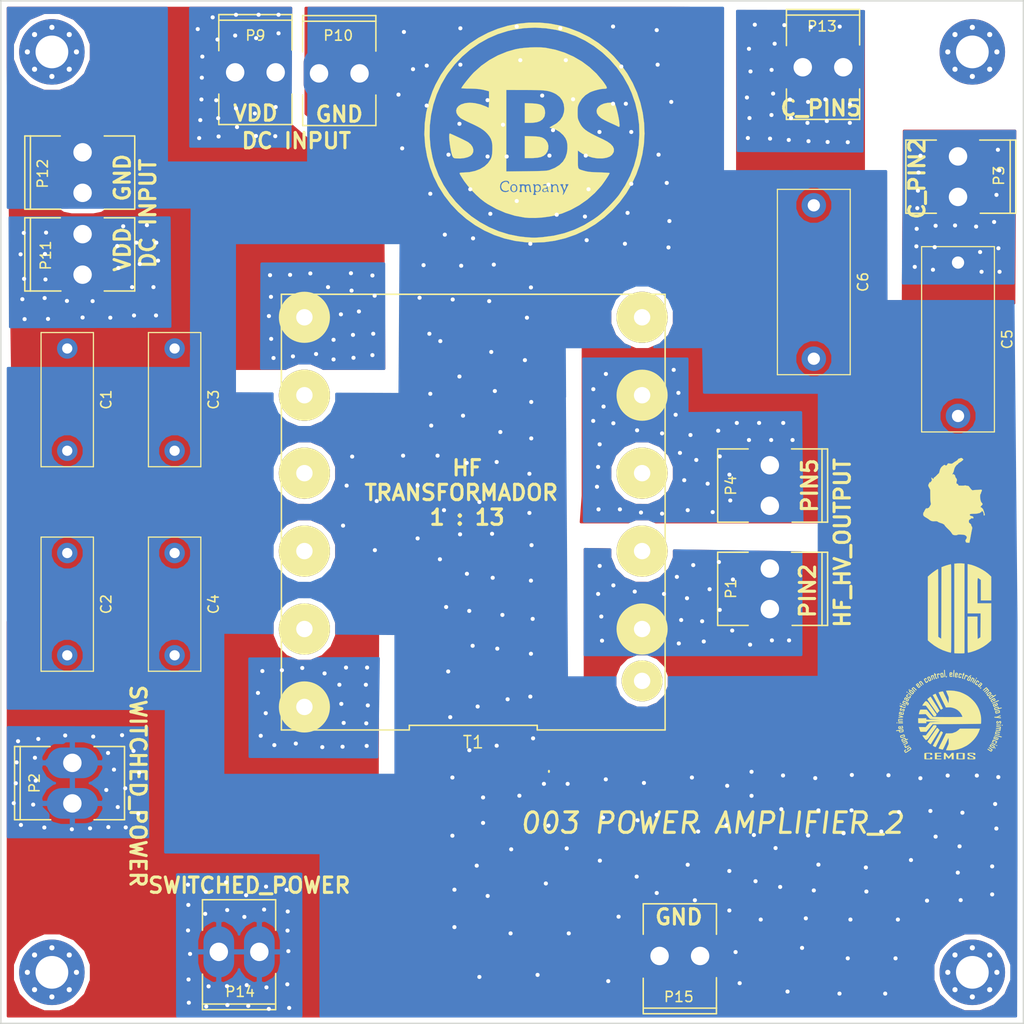
<source format=kicad_pcb>
(kicad_pcb (version 4) (host pcbnew 4.0.2-stable)
  (layers (0 F.Cu signal) (31 B.Cu signal) (34 B.Paste user) (35 F.Paste user) (36 B.SilkS user) (37 F.SilkS user) (38 B.Mask user) (39 F.Mask user) (44 Edge.Cuts user))
  (net 0 "")
  (net 1 /VDD)
  (net 2 "Net-(C1-Pad2)")
  (net 3 "Net-(C3-Pad2)")
  (net 4 /GND)
  (net 5 /SWITCHED_POWER)
  (net 6 /CON_HF_HV_P2)
  (net 7 /HF_HV_OUTPUT_P2)
  (net 8 /CON_HF_HV_P5)
  (net 9 /HF_HV_OUTPUT_P5)
  (module Capacitors_ThroughHole:C_Rect_L13.0mm_W5.0mm_P10.00mm_FKS3_FKP3_MKS4 (layer F.Cu) (at 71 69 270)
    (fp_text reference C1 (at 5 -3.81 270) (layer F.SilkS))
    (fp_text value 32nF)
    (pad 1 thru_hole circle (at 0 0 270) (size 2 2) (drill 1) (layers *.Cu *.Mask) (net 1 /VDD))
    (pad 2 thru_hole circle (at 10 0 270) (size 2 2) (drill 1) (layers *.Cu *.Mask) (net 2 "Net-(C1-Pad2)"))
  )
  (module Capacitors_ThroughHole:C_Rect_L13.0mm_W5.0mm_P10.00mm_FKS3_FKP3_MKS4 (layer F.Cu) (at 71 89 270)
    (fp_text reference C2 (at 5 -3.81 270) (layer F.SilkS))
    (fp_text value 32nF)
    (pad 1 thru_hole circle (at 0 0 270) (size 2 2) (drill 1) (layers *.Cu *.Mask) (net 2 "Net-(C1-Pad2)"))
    (pad 2 thru_hole circle (at 10 0 270) (size 2 2) (drill 1) (layers *.Cu *.Mask) (net 5 /SWITCHED_POWER))
  )
  (module Capacitors_ThroughHole:C_Rect_L13.0mm_W5.0mm_P10.00mm_FKS3_FKP3_MKS4 (layer F.Cu) (at 81.5 69 270)
    (fp_text reference C3 (at 5 -3.81 270) (layer F.SilkS))
    (fp_text value 32nF)
    (pad 1 thru_hole circle (at 0 0 270) (size 2 2) (drill 1) (layers *.Cu *.Mask) (net 1 /VDD))
    (pad 2 thru_hole circle (at 10 0 270) (size 2 2) (drill 1) (layers *.Cu *.Mask) (net 3 "Net-(C3-Pad2)"))
  )
  (module Capacitors_ThroughHole:C_Rect_L13.0mm_W5.0mm_P10.00mm_FKS3_FKP3_MKS4 (layer F.Cu) (at 81.5 89 270)
    (fp_text reference C4 (at 5 -3.81 270) (layer F.SilkS))
    (fp_text value 32nF)
    (pad 1 thru_hole circle (at 0 0 270) (size 2 2) (drill 1) (layers *.Cu *.Mask) (net 3 "Net-(C3-Pad2)"))
    (pad 2 thru_hole circle (at 10 0 270) (size 2 2) (drill 1) (layers *.Cu *.Mask) (net 5 /SWITCHED_POWER))
  )
  (module Capacitors_ThroughHole:C_Rect_L18.0mm_W7.0mm_P15.00mm_FKS3_FKP3 (layer F.Cu) (at 158.1 60.6 270)
    (fp_text reference C5 (at 7.5 -4.81 270) (layer F.SilkS))
    (fp_text value C_OUT_32nF)
    (pad 1 thru_hole circle (at 0 0 270) (size 2.4 2.4) (drill 1.2) (layers *.Cu *.Mask) (net 6 /CON_HF_HV_P2))
    (pad 2 thru_hole circle (at 15 0 270) (size 2.4 2.4) (drill 1.2) (layers *.Cu *.Mask) (net 7 /HF_HV_OUTPUT_P2))
  )
  (module Capacitors_ThroughHole:C_Rect_L18.0mm_W7.0mm_P15.00mm_FKS3_FKP3 (layer F.Cu) (at 144 55 270)
    (fp_text reference C6 (at 7.5 -4.81 270) (layer F.SilkS))
    (fp_text value C_OUT_32nF)
    (pad 1 thru_hole circle (at 0 0 270) (size 2.4 2.4) (drill 1.2) (layers *.Cu *.Mask) (net 8 /CON_HF_HV_P5))
    (pad 2 thru_hole circle (at 15 0 270) (size 2.4 2.4) (drill 1.2) (layers *.Cu *.Mask) (net 9 /HF_HV_OUTPUT_P5))
  )
  (module libreria_Power_Amplifier_huellas:foot_print_trafo (layer F.Cu) (at 110.7 85 90)
    (fp_text reference T1 (at -22.5 0 180) (layer F.SilkS) (effects (font (size 1.2 1.2))))
    (fp_text value TRANSFO-SO12)
    (pad 12 thru_hole circle (at -19.05 -16.51 90) (size 5 5) (drill 1.6) (layers *.Cu *.Mask F.SilkS) (net 5 /SWITCHED_POWER))
    (pad 1 thru_hole circle (at -16.50238 16.51 90) (size 4 4) (drill 1.6) (layers *.Cu *.Mask F.SilkS))
    (pad 11 thru_hole circle (at -11.43 -16.51 90) (size 5 5) (drill 1.6) (layers *.Cu *.Mask F.SilkS))
    (pad 2 thru_hole circle (at -11.43 16.51 90) (size 5 5) (drill 1.6) (layers *.Cu *.Mask F.SilkS) (net 7 /HF_HV_OUTPUT_P2))
    (pad 10 thru_hole circle (at -3.81 -16.51 90) (size 5 5) (drill 1.6) (layers *.Cu *.Mask F.SilkS))
    (pad 3 thru_hole circle (at -3.81 16.51 90) (size 5 5) (drill 1.6) (layers *.Cu *.Mask F.SilkS))
    (pad 9 thru_hole circle (at 3.81 -16.51 90) (size 5 5) (drill 1.6) (layers *.Cu *.Mask F.SilkS))
    (pad 4 thru_hole circle (at 3.81 16.51 90) (size 5 5) (drill 1.6) (layers *.Cu *.Mask F.SilkS))
    (pad 8 thru_hole circle (at 11.43 -16.51 90) (size 5 5) (drill 1.6) (layers *.Cu *.Mask F.SilkS))
    (pad 5 thru_hole circle (at 11.43 16.51 90) (size 5 5) (drill 1.6) (layers *.Cu *.Mask F.SilkS) (net 9 /HF_HV_OUTPUT_P5))
    (pad 7 thru_hole circle (at 19.05 -16.51 90) (size 5 5) (drill 1.6) (layers *.Cu *.Mask F.SilkS) (net 1 /VDD))
    (pad 6 thru_hole circle (at 19.05 16.51 90) (size 5 5) (drill 1.6) (layers *.Cu *.Mask F.SilkS))
  )
  (module Sockets_MOLEX_KK-System:Socket_MOLEX-KK-RM3-96mm_Lock_2pin_straight (layer F.Cu) (at 139.7 92.5 270)
    (fp_text reference P1 (at 0 3.8 270) (layer F.SilkS))
    (fp_text value HF_HV_OUTPUT_P2)
    (pad 1 thru_hole oval (at -1.9812 0 270) (size 2.99974 5.00126) (drill 1.80086) (layers *.Cu *.Mask) (net 7 /HF_HV_OUTPUT_P2))
    (pad 2 thru_hole oval (at 1.9812 0 270) (size 2.99974 5.00126) (drill 1.80086) (layers *.Cu *.Mask) (net 7 /HF_HV_OUTPUT_P2))
  )
  (module Sockets_MOLEX_KK-System:Socket_MOLEX-KK-RM3-96mm_Lock_2pin_straight (layer F.Cu) (at 139.7 82.4 270)
    (fp_text reference P4 (at 0 3.8 270) (layer F.SilkS))
    (fp_text value HF_HV_OUTPUT_P5)
    (pad 1 thru_hole oval (at -1.9812 0 270) (size 2.99974 5.00126) (drill 1.80086) (layers *.Cu *.Mask) (net 9 /HF_HV_OUTPUT_P5))
    (pad 2 thru_hole oval (at 1.9812 0 270) (size 2.99974 5.00126) (drill 1.80086) (layers *.Cu *.Mask) (net 9 /HF_HV_OUTPUT_P5))
  )
  (module Sockets_MOLEX_KK-System:Socket_MOLEX-KK-RM3-96mm_Lock_2pin_straight (layer F.Cu) (at 89.4 42)
    (fp_text reference P9 (at 0 -3.6) (layer F.SilkS))
    (fp_text value DC_INPUT)
    (pad 1 thru_hole oval (at -1.9812 0) (size 2.99974 5.00126) (drill 1.80086) (layers *.Cu *.Mask) (net 1 /VDD))
    (pad 2 thru_hole oval (at 1.9812 0) (size 2.99974 5.00126) (drill 1.80086) (layers *.Cu *.Mask) (net 1 /VDD))
  )
  (module Sockets_MOLEX_KK-System:Socket_MOLEX-KK-RM3-96mm_Lock_2pin_straight (layer F.Cu) (at 97.6 42.1)
    (fp_text reference P10 (at -0.1 -3.7) (layer F.SilkS))
    (fp_text value TIERRA_POT)
    (pad 1 thru_hole oval (at -1.9812 0) (size 2.99974 5.00126) (drill 1.80086) (layers *.Cu *.Mask) (net 4 /GND))
    (pad 2 thru_hole oval (at 1.9812 0) (size 2.99974 5.00126) (drill 1.80086) (layers *.Cu *.Mask) (net 4 /GND))
  )
  (module Sockets_MOLEX_KK-System:Socket_MOLEX-KK-RM3-96mm_Lock_2pin_straight (layer F.Cu) (at 71.5 111.5 90)
    (fp_text reference P2 (at 0 -3.7 90) (layer F.SilkS))
    (fp_text value SWITCHED_POWER)
    (pad 1 thru_hole oval (at -1.9812 0 90) (size 2.99974 5.00126) (drill 1.80086) (layers *.Cu *.Mask) (net 5 /SWITCHED_POWER))
    (pad 2 thru_hole oval (at 1.9812 0 90) (size 2.99974 5.00126) (drill 1.80086) (layers *.Cu *.Mask) (net 5 /SWITCHED_POWER))
  )
  (module Sockets_MOLEX_KK-System:Socket_MOLEX-KK-RM3-96mm_Lock_2pin_straight (layer F.Cu) (at 158.1 52.2 270)
    (fp_text reference P3 (at -0.1 -4 270) (layer F.SilkS))
    (fp_text value CON_HF_HV_OUTPUT_P2)
    (pad 1 thru_hole oval (at -1.9812 0 270) (size 2.99974 5.00126) (drill 1.80086) (layers *.Cu *.Mask) (net 6 /CON_HF_HV_P2))
    (pad 2 thru_hole oval (at 1.9812 0 270) (size 2.99974 5.00126) (drill 1.80086) (layers *.Cu *.Mask) (net 6 /CON_HF_HV_P2))
  )
  (module Sockets_MOLEX_KK-System:Socket_MOLEX-KK-RM3-96mm_Lock_2pin_straight (layer F.Cu) (at 72.5 59.8 90)
    (fp_text reference P11 (at -0.1 -3.6 90) (layer F.SilkS))
    (fp_text value DC_INPUT)
    (pad 1 thru_hole oval (at -1.9812 0 90) (size 2.99974 5.00126) (drill 1.80086) (layers *.Cu *.Mask) (net 1 /VDD))
    (pad 2 thru_hole oval (at 1.9812 0 90) (size 2.99974 5.00126) (drill 1.80086) (layers *.Cu *.Mask) (net 1 /VDD))
  )
  (module Sockets_MOLEX_KK-System:Socket_MOLEX-KK-RM3-96mm_Lock_2pin_straight (layer F.Cu) (at 72.5 51.8 90)
    (fp_text reference P12 (at -0.1 -3.9 90) (layer F.SilkS))
    (fp_text value TIERRA_POT)
    (pad 1 thru_hole oval (at -1.9812 0 90) (size 2.99974 5.00126) (drill 1.80086) (layers *.Cu *.Mask) (net 4 /GND))
    (pad 2 thru_hole oval (at 1.9812 0 90) (size 2.99974 5.00126) (drill 1.80086) (layers *.Cu *.Mask) (net 4 /GND))
  )
  (module Sockets_MOLEX_KK-System:Socket_MOLEX-KK-RM3-96mm_Lock_2pin_straight (layer F.Cu) (at 144.9 41.5)
    (fp_text reference P13 (at -0.1 -4) (layer F.SilkS))
    (fp_text value CON_HF_HV_OUTPUT_P5)
    (pad 1 thru_hole oval (at -1.9812 0) (size 2.99974 5.00126) (drill 1.80086) (layers *.Cu *.Mask) (net 8 /CON_HF_HV_P5))
    (pad 2 thru_hole oval (at 1.9812 0) (size 2.99974 5.00126) (drill 1.80086) (layers *.Cu *.Mask) (net 8 /CON_HF_HV_P5))
  )
  (module Sockets_MOLEX_KK-System:Socket_MOLEX-KK-RM3-96mm_Lock_2pin_straight (layer F.Cu) (at 87.8 128 180)
    (fp_text reference P14 (at -0.1 -3.9 180) (layer F.SilkS))
    (fp_text value SWITCHED_POWER)
    (pad 1 thru_hole oval (at -1.9812 0 180) (size 2.99974 5.00126) (drill 1.80086) (layers *.Cu *.Mask) (net 5 /SWITCHED_POWER))
    (pad 2 thru_hole oval (at 1.9812 0 180) (size 2.99974 5.00126) (drill 1.80086) (layers *.Cu *.Mask) (net 5 /SWITCHED_POWER))
  )
  (module Sockets_MOLEX_KK-System:Socket_MOLEX-KK-RM3-96mm_Lock_2pin_straight (layer F.Cu) (at 130.9 128.4 180)
    (fp_text reference P15 (at 0.1 -4 180) (layer F.SilkS))
    (fp_text value TIERRA_POT)
    (pad 1 thru_hole oval (at -1.9812 0 180) (size 2.99974 5.00126) (drill 1.80086) (layers *.Cu *.Mask) (net 4 /GND))
    (pad 2 thru_hole oval (at 1.9812 0 180) (size 2.99974 5.00126) (drill 1.80086) (layers *.Cu *.Mask) (net 4 /GND))
  )
  (module Mounting_Holes:MountingHole_3.2mm_M3_Pad_Via (layer F.Cu) (at 69.5 130)
    (fp_text reference P5)
    (fp_text value ISLETA)
    (pad 1 thru_hole circle (at 0 0) (size 6.4 6.4) (drill 3.2) (layers *.Cu *.Mask))
    (pad "" thru_hole circle (at 2.4 0) (size 0.8 0.8) (drill 0.5) (layers *.Cu *.Mask))
    (pad "" thru_hole circle (at 1.697056 1.697056) (size 0.8 0.8) (drill 0.5) (layers *.Cu *.Mask))
    (pad "" thru_hole circle (at 0 2.4) (size 0.8 0.8) (drill 0.5) (layers *.Cu *.Mask))
    (pad "" thru_hole circle (at -1.697056 1.697056) (size 0.8 0.8) (drill 0.5) (layers *.Cu *.Mask))
    (pad "" thru_hole circle (at -2.4 0) (size 0.8 0.8) (drill 0.5) (layers *.Cu *.Mask))
    (pad "" thru_hole circle (at -1.697056 -1.697056) (size 0.8 0.8) (drill 0.5) (layers *.Cu *.Mask))
    (pad "" thru_hole circle (at 0 -2.4) (size 0.8 0.8) (drill 0.5) (layers *.Cu *.Mask))
    (pad "" thru_hole circle (at 1.697056 -1.697056) (size 0.8 0.8) (drill 0.5) (layers *.Cu *.Mask))
  )
  (module Mounting_Holes:MountingHole_3.2mm_M3_Pad_Via (layer F.Cu) (at 159.5 130)
    (fp_text reference P6)
    (fp_text value ISLETA)
    (pad 1 thru_hole circle (at 0 0) (size 6.4 6.4) (drill 3.2) (layers *.Cu *.Mask))
    (pad "" thru_hole circle (at 2.4 0) (size 0.8 0.8) (drill 0.5) (layers *.Cu *.Mask))
    (pad "" thru_hole circle (at 1.697056 1.697056) (size 0.8 0.8) (drill 0.5) (layers *.Cu *.Mask))
    (pad "" thru_hole circle (at 0 2.4) (size 0.8 0.8) (drill 0.5) (layers *.Cu *.Mask))
    (pad "" thru_hole circle (at -1.697056 1.697056) (size 0.8 0.8) (drill 0.5) (layers *.Cu *.Mask))
    (pad "" thru_hole circle (at -2.4 0) (size 0.8 0.8) (drill 0.5) (layers *.Cu *.Mask))
    (pad "" thru_hole circle (at -1.697056 -1.697056) (size 0.8 0.8) (drill 0.5) (layers *.Cu *.Mask))
    (pad "" thru_hole circle (at 0 -2.4) (size 0.8 0.8) (drill 0.5) (layers *.Cu *.Mask))
    (pad "" thru_hole circle (at 1.697056 -1.697056) (size 0.8 0.8) (drill 0.5) (layers *.Cu *.Mask))
  )
  (module Mounting_Holes:MountingHole_3.2mm_M3_Pad_Via (layer F.Cu) (at 159.5 40)
    (fp_text reference P7)
    (fp_text value ISLETA)
    (pad 1 thru_hole circle (at 0 0) (size 6.4 6.4) (drill 3.2) (layers *.Cu *.Mask))
    (pad "" thru_hole circle (at 2.4 0) (size 0.8 0.8) (drill 0.5) (layers *.Cu *.Mask))
    (pad "" thru_hole circle (at 1.697056 1.697056) (size 0.8 0.8) (drill 0.5) (layers *.Cu *.Mask))
    (pad "" thru_hole circle (at 0 2.4) (size 0.8 0.8) (drill 0.5) (layers *.Cu *.Mask))
    (pad "" thru_hole circle (at -1.697056 1.697056) (size 0.8 0.8) (drill 0.5) (layers *.Cu *.Mask))
    (pad "" thru_hole circle (at -2.4 0) (size 0.8 0.8) (drill 0.5) (layers *.Cu *.Mask))
    (pad "" thru_hole circle (at -1.697056 -1.697056) (size 0.8 0.8) (drill 0.5) (layers *.Cu *.Mask))
    (pad "" thru_hole circle (at 0 -2.4) (size 0.8 0.8) (drill 0.5) (layers *.Cu *.Mask))
    (pad "" thru_hole circle (at 1.697056 -1.697056) (size 0.8 0.8) (drill 0.5) (layers *.Cu *.Mask))
  )
  (module Mounting_Holes:MountingHole_3.2mm_M3_Pad_Via (layer F.Cu) (at 69.5 40)
    (fp_text reference P8)
    (fp_text value ISLETA)
    (pad 1 thru_hole circle (at 0 0) (size 6.4 6.4) (drill 3.2) (layers *.Cu *.Mask))
    (pad "" thru_hole circle (at 2.4 0) (size 0.8 0.8) (drill 0.5) (layers *.Cu *.Mask))
    (pad "" thru_hole circle (at 1.697056 1.697056) (size 0.8 0.8) (drill 0.5) (layers *.Cu *.Mask))
    (pad "" thru_hole circle (at 0 2.4) (size 0.8 0.8) (drill 0.5) (layers *.Cu *.Mask))
    (pad "" thru_hole circle (at -1.697056 1.697056) (size 0.8 0.8) (drill 0.5) (layers *.Cu *.Mask))
    (pad "" thru_hole circle (at -2.4 0) (size 0.8 0.8) (drill 0.5) (layers *.Cu *.Mask))
    (pad "" thru_hole circle (at -1.697056 -1.697056) (size 0.8 0.8) (drill 0.5) (layers *.Cu *.Mask))
    (pad "" thru_hole circle (at 0 -2.4) (size 0.8 0.8) (drill 0.5) (layers *.Cu *.Mask))
    (pad "" thru_hole circle (at 1.697056 -1.697056) (size 0.8 0.8) (drill 0.5) (layers *.Cu *.Mask))
  )
  (module Logos_Fuentes:Colombia (layer F.Cu) (at 157.75 83.95)
    (fp_text reference G*** hide)
    (fp_text value LOGO hide)
  )
  (module Logos_Fuentes:SBS_22mm (layer F.Cu) (at 116.7 47.9)
    (fp_text reference G*** hide)
    (fp_text value LOGO hide)
  )
  (module Logos_Fuentes:UIS (layer F.Cu) (at 158.25 94.4)
    (fp_text reference G*** hide)
    (fp_text value LOGO hide)
  )
  (module Logos_Fuentes:CMOS (layer F.Cu) (at 157.25 104.8)
    (fp_text reference G*** hide)
    (fp_text value LOGO hide)
  )
  (gr_text GND (at 130.8 124.6) (layer F.SilkS) (effects (font (size 1.5 1.5) (thickness 0.3))))
  (gr_text C_PIN2 (at 154.1 52.4 90) (layer F.SilkS) (effects (font (size 1.5 1.5) (thickness 0.3))))
  (gr_text C_PIN5 (at 144.7 45.5) (layer F.SilkS) (effects (font (size 1.5 1.5) (thickness 0.3))))
  (gr_text PIN5 (at 143.6 82.4 90) (layer F.SilkS) (effects (font (size 1.5 1.5) (thickness 0.3))))
  (gr_text PIN2 (at 143.4 92.7 90) (layer F.SilkS) (effects (font (size 1.5 1.5) (thickness 0.3))))
  (gr_text SWITCHED_POWER (at 77.9 111.8 270) (layer F.SilkS) (effects (font (size 1.5 1.5) (thickness 0.3))))
  (gr_text SWITCHED_POWER (at 88.8 121.5) (layer F.SilkS) (effects (font (size 1.5 1.5) (thickness 0.3))))
  (gr_text GND (at 76.4 52.3 90) (layer F.SilkS) (effects (font (size 1.5 1.5) (thickness 0.3))))
  (gr_text "VDD\n" (at 76.4 59.3 90) (layer F.SilkS) (effects (font (size 1.5 1.5) (thickness 0.3))))
  (gr_text "DC INPUT" (at 78.9 55.8 90) (layer F.SilkS) (effects (font (size 1.5 1.5) (thickness 0.3))))
  (gr_text "DC INPUT" (at 93.4 48.7) (layer F.SilkS) (effects (font (size 1.5 1.5) (thickness 0.3))))
  (gr_text HF_HV_OUTPUT (at 146.8 88 90) (layer F.SilkS) (effects (font (size 1.5 1.5) (thickness 0.3))))
  (gr_line (start 118.1 110.3) (end 118.1 110.4) (angle 90) (layer F.SilkS) (width 0.2))
  (gr_text "HF\nTRANSFORMADOR \n1 : 13" (at 110.1 83.1) (layer F.SilkS) (effects (font (size 1.5 1.5) (thickness 0.3))))
  (gr_text GND (at 97.6 46.1) (layer F.SilkS) (effects (font (size 1.5 1.5) (thickness 0.3))))
  (gr_text VDD (at 89.4 46) (layer F.SilkS) (effects (font (size 1.5 1.5) (thickness 0.3))))
  (gr_text "003 POWER AMPLIFIER_2 " (at 134.8 115.4) (layer F.SilkS) (effects (font (size 2 2) (thickness 0.3) italic)))
  (gr_line (start 64.5 135) (end 64.5 35) (angle 90) (layer Edge.Cuts) (width 0.15))
  (gr_line (start 164.5 135) (end 64.5 135) (angle 90) (layer Edge.Cuts) (width 0.15))
  (gr_line (start 164.5 35) (end 164.5 135) (angle 90) (layer Edge.Cuts) (width 0.15))
  (gr_line (start 64.5 35) (end 164.5 35) (angle 90) (layer Edge.Cuts) (width 0.15))
  (segment (start 91.3812 42) (end 91.3812 38.4588) (width 1) (layer B.Cu) (net 1))
  (segment (start 91.16 48.06) (end 89.43 48.06) (width 1) (layer F.Cu) (net 1))
  (segment (start 91.34 48.24) (end 91.16 48.06) (width 1) (layer F.Cu) (net 1))
  (via (at 91.34 48.24) (size 0.6) (drill 0.4) (layers F.Cu B.Cu) (net 1))
  (segment (start 91.34 45.43) (end 91.34 48.24) (width 1) (layer B.Cu) (net 1))
  (segment (start 91.38 45.39) (end 91.34 45.43) (width 1) (layer B.Cu) (net 1))
  (via (at 91.38 45.39) (size 0.6) (drill 0.4) (layers F.Cu B.Cu) (net 1))
  (segment (start 89.98 45.39) (end 91.38 45.39) (width 1) (layer F.Cu) (net 1))
  (segment (start 89.35 46.02) (end 89.98 45.39) (width 1) (layer F.Cu) (net 1))
  (via (at 89.35 46.02) (size 0.6) (drill 0.4) (layers F.Cu B.Cu) (net 1))
  (segment (start 89.35 48.12) (end 89.35 46.02) (width 1) (layer B.Cu) (net 1))
  (segment (start 89.45 48.22) (end 89.35 48.12) (width 1) (layer B.Cu) (net 1))
  (via (at 89.45 48.22) (size 0.6) (drill 0.4) (layers F.Cu B.Cu) (net 1))
  (segment (start 88.47 48.22) (end 89.45 48.22) (width 1) (layer F.Cu) (net 1))
  (segment (start 87.6 47.35) (end 88.47 48.22) (width 1) (layer F.Cu) (net 1))
  (via (at 87.6 47.35) (size 0.6) (drill 0.4) (layers F.Cu B.Cu) (net 1))
  (segment (start 87.6 45.62) (end 87.6 47.35) (width 1) (layer B.Cu) (net 1))
  (segment (start 87.5 45.52) (end 87.6 45.62) (width 1) (layer B.Cu) (net 1))
  (via (at 87.5 45.52) (size 0.6) (drill 0.4) (layers F.Cu B.Cu) (net 1))
  (segment (start 86.36 45.52) (end 87.5 45.52) (width 1) (layer F.Cu) (net 1))
  (segment (start 85.57 44.73) (end 86.36 45.52) (width 1) (layer F.Cu) (net 1))
  (via (at 85.57 44.73) (size 0.6) (drill 0.4) (layers F.Cu B.Cu) (net 1))
  (segment (start 85.57 46.29) (end 85.57 44.73) (width 1) (layer B.Cu) (net 1))
  (segment (start 85.76 46.48) (end 85.57 46.29) (width 1) (layer B.Cu) (net 1))
  (via (at 85.76 46.48) (size 0.6) (drill 0.4) (layers F.Cu B.Cu) (net 1))
  (segment (start 85.76 48.23) (end 85.76 46.48) (width 1) (layer F.Cu) (net 1))
  (segment (start 85.8 48.27) (end 85.76 48.23) (width 1) (layer F.Cu) (net 1))
  (via (at 85.8 48.27) (size 0.6) (drill 0.4) (layers F.Cu B.Cu) (net 1))
  (segment (start 84.06 48.27) (end 85.8 48.27) (width 1) (layer B.Cu) (net 1))
  (segment (start 83.9 48.43) (end 84.06 48.27) (width 1) (layer B.Cu) (net 1))
  (via (at 83.9 48.43) (size 0.6) (drill 0.4) (layers F.Cu B.Cu) (net 1))
  (segment (start 83.9 46.78) (end 83.9 48.43) (width 1) (layer F.Cu) (net 1))
  (segment (start 84.01 46.67) (end 83.9 46.78) (width 1) (layer F.Cu) (net 1))
  (via (at 84.01 46.67) (size 0.6) (drill 0.4) (layers F.Cu B.Cu) (net 1))
  (segment (start 84.01 44.76) (end 84.01 46.67) (width 1) (layer B.Cu) (net 1))
  (segment (start 84.12 44.65) (end 84.01 44.76) (width 1) (layer B.Cu) (net 1))
  (via (at 84.12 44.65) (size 0.6) (drill 0.4) (layers F.Cu B.Cu) (net 1))
  (segment (start 84.12 42.56) (end 84.12 44.65) (width 1) (layer F.Cu) (net 1))
  (segment (start 84.16 42.52) (end 84.12 42.56) (width 1) (layer F.Cu) (net 1))
  (via (at 84.16 42.52) (size 0.6) (drill 0.4) (layers F.Cu B.Cu) (net 1))
  (segment (start 84.16 40.51) (end 84.16 42.52) (width 1) (layer B.Cu) (net 1))
  (segment (start 84.21 40.46) (end 84.16 40.51) (width 1) (layer B.Cu) (net 1))
  (via (at 84.21 40.46) (size 0.6) (drill 0.4) (layers F.Cu B.Cu) (net 1))
  (segment (start 84.21 38.22) (end 84.21 40.46) (width 1) (layer F.Cu) (net 1))
  (segment (start 83.76 37.77) (end 84.21 38.22) (width 1) (layer F.Cu) (net 1))
  (via (at 83.76 37.77) (size 0.6) (drill 0.4) (layers F.Cu B.Cu) (net 1))
  (segment (start 84.67 37.77) (end 83.76 37.77) (width 1) (layer B.Cu) (net 1))
  (segment (start 85.69 38.79) (end 84.67 37.77) (width 1) (layer B.Cu) (net 1))
  (via (at 85.69 38.79) (size 0.6) (drill 0.4) (layers F.Cu B.Cu) (net 1))
  (segment (start 85.69 37.09) (end 85.69 38.79) (width 1) (layer F.Cu) (net 1))
  (segment (start 85.22 36.62) (end 85.69 37.09) (width 1) (layer F.Cu) (net 1))
  (via (at 85.22 36.62) (size 0.6) (drill 0.4) (layers F.Cu B.Cu) (net 1))
  (segment (start 87.25 36.62) (end 85.22 36.62) (width 1) (layer B.Cu) (net 1))
  (segment (start 87.5 36.37) (end 87.25 36.62) (width 1) (layer B.Cu) (net 1))
  (via (at 87.5 36.37) (size 0.6) (drill 0.4) (layers F.Cu B.Cu) (net 1))
  (segment (start 87.5 38.32) (end 87.5 36.37) (width 1) (layer F.Cu) (net 1))
  (segment (start 87.42 38.4) (end 87.5 38.32) (width 1) (layer F.Cu) (net 1))
  (via (at 87.42 38.4) (size 0.6) (drill 0.4) (layers F.Cu B.Cu) (net 1))
  (segment (start 89.22 38.4) (end 87.42 38.4) (width 1) (layer B.Cu) (net 1))
  (segment (start 89.47 38.65) (end 89.22 38.4) (width 1) (layer B.Cu) (net 1))
  (via (at 89.47 38.65) (size 0.6) (drill 0.4) (layers F.Cu B.Cu) (net 1))
  (segment (start 89.47 36.61) (end 89.47 38.65) (width 1) (layer F.Cu) (net 1))
  (segment (start 89.71 36.37) (end 89.47 36.61) (width 1) (layer F.Cu) (net 1))
  (via (at 89.71 36.37) (size 0.6) (drill 0.4) (layers F.Cu B.Cu) (net 1))
  (segment (start 91.66 36.37) (end 89.71 36.37) (width 1) (layer B.Cu) (net 1))
  (via (at 91.66 36.37) (size 0.6) (drill 0.4) (layers F.Cu B.Cu) (net 1))
  (segment (start 91.66 38.18) (end 91.66 36.37) (width 1) (layer F.Cu) (net 1))
  (via (at 91.66 38.18) (size 0.6) (drill 0.4) (layers F.Cu B.Cu) (net 1))
  (segment (start 91.3812 38.4588) (end 91.66 38.18) (width 1) (layer B.Cu) (net 1))
  (segment (start 72.5 57.8188) (end 69.0788 57.8188) (width 1) (layer B.Cu) (net 1))
  (segment (start 79.74 57.89) (end 79.74 58.87) (width 1) (layer B.Cu) (net 1))
  (segment (start 78.79 56.94) (end 79.74 57.89) (width 1) (layer B.Cu) (net 1))
  (via (at 78.79 56.94) (size 0.6) (drill 0.4) (layers F.Cu B.Cu) (net 1))
  (segment (start 76.58 56.94) (end 78.79 56.94) (width 1) (layer F.Cu) (net 1))
  (segment (start 76.47 57.05) (end 76.58 56.94) (width 1) (layer F.Cu) (net 1))
  (via (at 76.47 57.05) (size 0.6) (drill 0.4) (layers F.Cu B.Cu) (net 1))
  (segment (start 76.47 58.4) (end 76.47 57.05) (width 1) (layer B.Cu) (net 1))
  (segment (start 75.89 58.98) (end 76.47 58.4) (width 1) (layer B.Cu) (net 1))
  (via (at 75.89 58.98) (size 0.6) (drill 0.4) (layers F.Cu B.Cu) (net 1))
  (segment (start 77.43 58.98) (end 75.89 58.98) (width 1) (layer F.Cu) (net 1))
  (segment (start 77.76 58.65) (end 77.43 58.98) (width 1) (layer F.Cu) (net 1))
  (via (at 77.76 58.65) (size 0.6) (drill 0.4) (layers F.Cu B.Cu) (net 1))
  (segment (start 79.71 58.65) (end 77.76 58.65) (width 1) (layer B.Cu) (net 1))
  (via (at 79.71 58.65) (size 0.6) (drill 0.4) (layers F.Cu B.Cu) (net 1))
  (segment (start 79.71 60.24) (end 79.71 58.65) (width 1) (layer F.Cu) (net 1))
  (segment (start 79.88 60.41) (end 79.71 60.24) (width 1) (layer F.Cu) (net 1))
  (via (at 79.88 60.41) (size 0.6) (drill 0.4) (layers F.Cu B.Cu) (net 1))
  (segment (start 78.42 60.41) (end 79.88 60.41) (width 1) (layer B.Cu) (net 1))
  (segment (start 78.09 60.74) (end 78.42 60.41) (width 1) (layer B.Cu) (net 1))
  (via (at 78.09 60.74) (size 0.6) (drill 0.4) (layers F.Cu B.Cu) (net 1))
  (segment (start 76.39 60.74) (end 78.09 60.74) (width 1) (layer F.Cu) (net 1))
  (segment (start 76 61.13) (end 76.39 60.74) (width 1) (layer F.Cu) (net 1))
  (via (at 76 61.13) (size 0.6) (drill 0.4) (layers F.Cu B.Cu) (net 1))
  (segment (start 76 61.66) (end 76 61.13) (width 1) (layer B.Cu) (net 1))
  (segment (start 77.34 63) (end 76 61.66) (width 1) (layer B.Cu) (net 1))
  (via (at 77.34 63) (size 0.6) (drill 0.4) (layers F.Cu B.Cu) (net 1))
  (segment (start 79.43 63) (end 77.34 63) (width 1) (layer F.Cu) (net 1))
  (via (at 79.43 63) (size 0.6) (drill 0.4) (layers F.Cu B.Cu) (net 1))
  (segment (start 79.43 65.52) (end 79.43 63) (width 1) (layer B.Cu) (net 1))
  (segment (start 79.68 65.77) (end 79.43 65.52) (width 1) (layer B.Cu) (net 1))
  (via (at 79.68 65.77) (size 0.6) (drill 0.4) (layers F.Cu B.Cu) (net 1))
  (segment (start 77.53 65.77) (end 79.68 65.77) (width 1) (layer F.Cu) (net 1))
  (via (at 77.53 65.77) (size 0.6) (drill 0.4) (layers F.Cu B.Cu) (net 1))
  (segment (start 75.43 65.77) (end 77.53 65.77) (width 1) (layer B.Cu) (net 1))
  (segment (start 75.21 65.99) (end 75.43 65.77) (width 1) (layer B.Cu) (net 1))
  (via (at 75.21 65.99) (size 0.6) (drill 0.4) (layers F.Cu B.Cu) (net 1))
  (segment (start 75.1 65.99) (end 75.21 65.99) (width 1) (layer F.Cu) (net 1))
  (segment (start 73.48 64.37) (end 75.1 65.99) (width 1) (layer F.Cu) (net 1))
  (via (at 73.48 64.37) (size 0.6) (drill 0.4) (layers F.Cu B.Cu) (net 1))
  (segment (start 73.48 64.99) (end 73.48 64.37) (width 1) (layer B.Cu) (net 1))
  (segment (start 72.5 65.97) (end 73.48 64.99) (width 1) (layer B.Cu) (net 1))
  (via (at 72.5 65.97) (size 0.6) (drill 0.4) (layers F.Cu B.Cu) (net 1))
  (segment (start 72.5 65.88) (end 72.5 65.97) (width 1) (layer F.Cu) (net 1))
  (segment (start 70.97 64.35) (end 72.5 65.88) (width 1) (layer F.Cu) (net 1))
  (via (at 70.97 64.35) (size 0.6) (drill 0.4) (layers F.Cu B.Cu) (net 1))
  (segment (start 69.07 64.35) (end 70.97 64.35) (width 1) (layer B.Cu) (net 1))
  (segment (start 68.79 64.07) (end 69.07 64.35) (width 1) (layer B.Cu) (net 1))
  (via (at 68.79 64.07) (size 0.6) (drill 0.4) (layers F.Cu B.Cu) (net 1))
  (segment (start 68.79 65.78) (end 68.79 64.07) (width 1) (layer F.Cu) (net 1))
  (segment (start 69.12 66.11) (end 68.79 65.78) (width 1) (layer F.Cu) (net 1))
  (via (at 69.12 66.11) (size 0.6) (drill 0.4) (layers F.Cu B.Cu) (net 1))
  (segment (start 66.85 66.11) (end 69.12 66.11) (width 1) (layer B.Cu) (net 1))
  (segment (start 66.83 66.13) (end 66.85 66.11) (width 1) (layer B.Cu) (net 1))
  (via (at 66.83 66.13) (size 0.6) (drill 0.4) (layers F.Cu B.Cu) (net 1))
  (segment (start 66.83 64.4) (end 66.83 66.13) (width 1) (layer F.Cu) (net 1))
  (segment (start 66.61 64.18) (end 66.83 64.4) (width 1) (layer F.Cu) (net 1))
  (via (at 66.61 64.18) (size 0.6) (drill 0.4) (layers F.Cu B.Cu) (net 1))
  (segment (start 66.61 62.36) (end 66.61 64.18) (width 1) (layer B.Cu) (net 1))
  (segment (start 66.78 62.19) (end 66.61 62.36) (width 1) (layer B.Cu) (net 1))
  (via (at 66.78 62.19) (size 0.6) (drill 0.4) (layers F.Cu B.Cu) (net 1))
  (segment (start 68.81 62.19) (end 66.78 62.19) (width 1) (layer F.Cu) (net 1))
  (segment (start 68.87 62.25) (end 68.81 62.19) (width 1) (layer F.Cu) (net 1))
  (via (at 68.87 62.25) (size 0.6) (drill 0.4) (layers F.Cu B.Cu) (net 1))
  (segment (start 68.87 59.81) (end 68.87 62.25) (width 1) (layer B.Cu) (net 1))
  (segment (start 68.82 59.76) (end 68.87 59.81) (width 1) (layer B.Cu) (net 1))
  (via (at 68.82 59.76) (size 0.6) (drill 0.4) (layers F.Cu B.Cu) (net 1))
  (segment (start 66.47 59.76) (end 68.82 59.76) (width 1) (layer F.Cu) (net 1))
  (segment (start 66.44 59.79) (end 66.47 59.76) (width 1) (layer F.Cu) (net 1))
  (via (at 66.44 59.79) (size 0.6) (drill 0.4) (layers F.Cu B.Cu) (net 1))
  (segment (start 66.44 58.01) (end 66.44 59.79) (width 1) (layer B.Cu) (net 1))
  (segment (start 66.75 57.7) (end 66.44 58.01) (width 1) (layer B.Cu) (net 1))
  (via (at 66.75 57.7) (size 0.6) (drill 0.4) (layers F.Cu B.Cu) (net 1))
  (segment (start 68.9 57.7) (end 66.75 57.7) (width 1) (layer F.Cu) (net 1))
  (segment (start 68.93 57.67) (end 68.9 57.7) (width 1) (layer F.Cu) (net 1))
  (via (at 68.93 57.67) (size 0.6) (drill 0.4) (layers F.Cu B.Cu) (net 1))
  (segment (start 69.0788 57.8188) (end 68.93 57.67) (width 1) (layer B.Cu) (net 1))
  (segment (start 94.19 65.95) (end 90.84 65.95) (width 1) (layer F.Cu) (net 1))
  (segment (start 90.64 64.23) (end 90.64 65.49) (width 1) (layer F.Cu) (net 1))
  (segment (start 90.92 63.95) (end 90.64 64.23) (width 1) (layer F.Cu) (net 1))
  (via (at 90.92 63.95) (size 0.6) (drill 0.4) (layers F.Cu B.Cu) (net 1))
  (segment (start 90.92 61.92) (end 90.92 63.95) (width 1) (layer B.Cu) (net 1))
  (segment (start 90.83 61.83) (end 90.92 61.92) (width 1) (layer B.Cu) (net 1))
  (via (at 90.83 61.83) (size 0.6) (drill 0.4) (layers F.Cu B.Cu) (net 1))
  (segment (start 92.76 61.83) (end 90.83 61.83) (width 1) (layer F.Cu) (net 1))
  (segment (start 92.79 61.8) (end 92.76 61.83) (width 1) (layer F.Cu) (net 1))
  (via (at 92.79 61.8) (size 0.6) (drill 0.4) (layers F.Cu B.Cu) (net 1))
  (segment (start 94.63 61.8) (end 92.79 61.8) (width 1) (layer B.Cu) (net 1))
  (segment (start 94.77 61.66) (end 94.63 61.8) (width 1) (layer B.Cu) (net 1))
  (via (at 94.77 61.66) (size 0.6) (drill 0.4) (layers F.Cu B.Cu) (net 1))
  (segment (start 95.16 61.66) (end 94.77 61.66) (width 1) (layer F.Cu) (net 1))
  (segment (start 96.5 63) (end 95.16 61.66) (width 1) (layer F.Cu) (net 1))
  (via (at 96.5 63) (size 0.6) (drill 0.4) (layers F.Cu B.Cu) (net 1))
  (segment (start 98.46 63) (end 96.5 63) (width 1) (layer B.Cu) (net 1))
  (segment (start 98.8 63.34) (end 98.46 63) (width 1) (layer B.Cu) (net 1))
  (via (at 98.8 63.34) (size 0.6) (drill 0.4) (layers F.Cu B.Cu) (net 1))
  (segment (start 98.8 61.7) (end 98.8 63.34) (width 1) (layer F.Cu) (net 1))
  (segment (start 98.74 61.64) (end 98.8 61.7) (width 1) (layer F.Cu) (net 1))
  (via (at 98.74 61.64) (size 0.6) (drill 0.4) (layers F.Cu B.Cu) (net 1))
  (segment (start 100.62 61.64) (end 98.74 61.64) (width 1) (layer B.Cu) (net 1))
  (segment (start 100.84 61.86) (end 100.62 61.64) (width 1) (layer B.Cu) (net 1))
  (via (at 100.84 61.86) (size 0.6) (drill 0.4) (layers F.Cu B.Cu) (net 1))
  (segment (start 100.84 63.62) (end 100.84 61.86) (width 1) (layer F.Cu) (net 1))
  (segment (start 101.06 63.84) (end 100.84 63.62) (width 1) (layer F.Cu) (net 1))
  (via (at 101.06 63.84) (size 0.6) (drill 0.4) (layers F.Cu B.Cu) (net 1))
  (segment (start 99.52 65.38) (end 101.06 63.84) (width 1) (layer B.Cu) (net 1))
  (via (at 99.52 65.38) (size 0.6) (drill 0.4) (layers F.Cu B.Cu) (net 1))
  (segment (start 98.04 65.38) (end 99.52 65.38) (width 1) (layer F.Cu) (net 1))
  (segment (start 97.76 65.66) (end 98.04 65.38) (width 1) (layer F.Cu) (net 1))
  (via (at 97.76 65.66) (size 0.6) (drill 0.4) (layers F.Cu B.Cu) (net 1))
  (segment (start 97.76 67.43) (end 97.76 65.66) (width 1) (layer B.Cu) (net 1))
  (segment (start 97.04 68.15) (end 97.76 67.43) (width 1) (layer B.Cu) (net 1))
  (via (at 97.04 68.15) (size 0.6) (drill 0.4) (layers F.Cu B.Cu) (net 1))
  (segment (start 98.46 68.15) (end 97.04 68.15) (width 1) (layer F.Cu) (net 1))
  (segment (start 98.94 67.67) (end 98.46 68.15) (width 1) (layer F.Cu) (net 1))
  (via (at 98.94 67.67) (size 0.6) (drill 0.4) (layers F.Cu B.Cu) (net 1))
  (segment (start 100.81 67.67) (end 98.94 67.67) (width 1) (layer B.Cu) (net 1))
  (segment (start 100.92 67.56) (end 100.81 67.67) (width 1) (layer B.Cu) (net 1))
  (via (at 100.92 67.56) (size 0.6) (drill 0.4) (layers F.Cu B.Cu) (net 1))
  (segment (start 100.92 69.57) (end 100.92 67.56) (width 1) (layer F.Cu) (net 1))
  (segment (start 100.84 69.65) (end 100.92 69.57) (width 1) (layer F.Cu) (net 1))
  (via (at 100.84 69.65) (size 0.6) (drill 0.4) (layers F.Cu B.Cu) (net 1))
  (segment (start 99.25 69.65) (end 100.84 69.65) (width 1) (layer B.Cu) (net 1))
  (segment (start 98.99 69.91) (end 99.25 69.65) (width 1) (layer B.Cu) (net 1))
  (via (at 98.99 69.91) (size 0.6) (drill 0.4) (layers F.Cu B.Cu) (net 1))
  (segment (start 97.2 69.91) (end 98.99 69.91) (width 1) (layer F.Cu) (net 1))
  (segment (start 97.04 70.07) (end 97.2 69.91) (width 1) (layer F.Cu) (net 1))
  (via (at 97.04 70.07) (size 0.6) (drill 0.4) (layers F.Cu B.Cu) (net 1))
  (segment (start 95.86 70.07) (end 97.04 70.07) (width 1) (layer B.Cu) (net 1))
  (segment (start 95.33 69.54) (end 95.86 70.07) (width 1) (layer B.Cu) (net 1))
  (via (at 95.33 69.54) (size 0.6) (drill 0.4) (layers F.Cu B.Cu) (net 1))
  (segment (start 93.3 69.54) (end 95.33 69.54) (width 1) (layer F.Cu) (net 1))
  (segment (start 93.07 69.77) (end 93.3 69.54) (width 1) (layer F.Cu) (net 1))
  (via (at 93.07 69.77) (size 0.6) (drill 0.4) (layers F.Cu B.Cu) (net 1))
  (segment (start 91.33 69.77) (end 93.07 69.77) (width 1) (layer B.Cu) (net 1))
  (segment (start 91.17 69.93) (end 91.33 69.77) (width 1) (layer B.Cu) (net 1))
  (via (at 91.17 69.93) (size 0.6) (drill 0.4) (layers F.Cu B.Cu) (net 1))
  (segment (start 91.17 68.29) (end 91.17 69.93) (width 1) (layer F.Cu) (net 1))
  (segment (start 90.94 68.06) (end 91.17 68.29) (width 1) (layer F.Cu) (net 1))
  (via (at 90.94 68.06) (size 0.6) (drill 0.4) (layers F.Cu B.Cu) (net 1))
  (segment (start 90.94 66.05) (end 90.94 68.06) (width 1) (layer B.Cu) (net 1))
  (segment (start 90.72 65.83) (end 90.94 66.05) (width 1) (layer B.Cu) (net 1))
  (via (at 90.72 65.83) (size 0.6) (drill 0.4) (layers F.Cu B.Cu) (net 1))
  (segment (start 90.84 65.95) (end 90.72 65.83) (width 1) (layer F.Cu) (net 1))
  (segment (start 151.99 128.63) (end 151.99 125.07) (width 1) (layer F.Cu) (net 4))
  (segment (start 155.46 116.28) (end 155.46 114.33) (width 1) (layer F.Cu) (net 4))
  (segment (start 155.91 116.73) (end 155.46 116.28) (width 1) (layer F.Cu) (net 4))
  (via (at 155.91 116.73) (size 0.6) (drill 0.4) (layers F.Cu B.Cu) (net 4))
  (segment (start 151.1 116.73) (end 155.91 116.73) (width 1) (layer B.Cu) (net 4))
  (segment (start 150.6 116.23) (end 151.1 116.73) (width 1) (layer B.Cu) (net 4))
  (via (at 150.6 116.23) (size 0.6) (drill 0.4) (layers F.Cu B.Cu) (net 4))
  (segment (start 147.08 116.23) (end 150.6 116.23) (width 1) (layer F.Cu) (net 4))
  (segment (start 146.91 116.4) (end 147.08 116.23) (width 1) (layer F.Cu) (net 4))
  (via (at 146.91 116.4) (size 0.6) (drill 0.4) (layers F.Cu B.Cu) (net 4))
  (segment (start 143.66 116.4) (end 146.91 116.4) (width 1) (layer B.Cu) (net 4))
  (segment (start 143.44 116.62) (end 143.66 116.4) (width 1) (layer B.Cu) (net 4))
  (via (at 143.44 116.62) (size 0.6) (drill 0.4) (layers F.Cu B.Cu) (net 4))
  (segment (start 143.44 118.46) (end 143.44 116.62) (width 1) (layer F.Cu) (net 4))
  (segment (start 144.45 119.47) (end 143.44 118.46) (width 1) (layer F.Cu) (net 4))
  (via (at 144.45 119.47) (size 0.6) (drill 0.4) (layers F.Cu B.Cu) (net 4))
  (segment (start 148.81 119.47) (end 144.45 119.47) (width 1) (layer B.Cu) (net 4))
  (segment (start 149.09 119.75) (end 148.81 119.47) (width 1) (layer B.Cu) (net 4))
  (via (at 149.09 119.75) (size 0.6) (drill 0.4) (layers F.Cu B.Cu) (net 4))
  (segment (start 152.77 119.75) (end 149.09 119.75) (width 1) (layer F.Cu) (net 4))
  (segment (start 153.5 119.02) (end 152.77 119.75) (width 1) (layer F.Cu) (net 4))
  (via (at 153.5 119.02) (size 0.6) (drill 0.4) (layers F.Cu B.Cu) (net 4))
  (segment (start 156.85 119.02) (end 153.5 119.02) (width 1) (layer B.Cu) (net 4))
  (segment (start 158.08 120.25) (end 156.85 119.02) (width 1) (layer B.Cu) (net 4))
  (via (at 158.08 120.25) (size 0.6) (drill 0.4) (layers F.Cu B.Cu) (net 4))
  (segment (start 158.08 117.85) (end 158.08 120.25) (width 1) (layer F.Cu) (net 4))
  (segment (start 158.25 117.68) (end 158.08 117.85) (width 1) (layer F.Cu) (net 4))
  (via (at 158.25 117.68) (size 0.6) (drill 0.4) (layers F.Cu B.Cu) (net 4))
  (segment (start 158.25 114.67) (end 158.25 117.68) (width 1) (layer B.Cu) (net 4))
  (segment (start 158.53 114.39) (end 158.25 114.67) (width 1) (layer B.Cu) (net 4))
  (via (at 158.53 114.39) (size 0.6) (drill 0.4) (layers F.Cu B.Cu) (net 4))
  (segment (start 155.57 114.39) (end 158.53 114.39) (width 1) (layer F.Cu) (net 4))
  (segment (start 155.4 114.22) (end 155.57 114.39) (width 1) (layer F.Cu) (net 4))
  (via (at 155.4 114.22) (size 0.6) (drill 0.4) (layers F.Cu B.Cu) (net 4))
  (segment (start 152.44 114.22) (end 155.4 114.22) (width 1) (layer B.Cu) (net 4))
  (segment (start 152.33 114.33) (end 152.44 114.22) (width 1) (layer B.Cu) (net 4))
  (via (at 152.33 114.33) (size 0.6) (drill 0.4) (layers F.Cu B.Cu) (net 4))
  (segment (start 147.86 114.33) (end 152.33 114.33) (width 1) (layer F.Cu) (net 4))
  (segment (start 147.69 114.16) (end 147.86 114.33) (width 1) (layer F.Cu) (net 4))
  (via (at 147.69 114.16) (size 0.6) (drill 0.4) (layers F.Cu B.Cu) (net 4))
  (segment (start 144.45 114.16) (end 147.69 114.16) (width 1) (layer B.Cu) (net 4))
  (via (at 144.45 114.16) (size 0.6) (drill 0.4) (layers F.Cu B.Cu) (net 4))
  (segment (start 140.93 114.16) (end 144.45 114.16) (width 1) (layer F.Cu) (net 4))
  (segment (start 140.82 114.05) (end 140.93 114.16) (width 1) (layer F.Cu) (net 4))
  (via (at 140.82 114.05) (size 0.6) (drill 0.4) (layers F.Cu B.Cu) (net 4))
  (segment (start 140.82 117.29) (end 140.82 114.05) (width 1) (layer B.Cu) (net 4))
  (segment (start 140.26 117.85) (end 140.82 117.29) (width 1) (layer B.Cu) (net 4))
  (via (at 140.26 117.85) (size 0.6) (drill 0.4) (layers F.Cu B.Cu) (net 4))
  (segment (start 140.26 121.2) (end 140.26 117.85) (width 1) (layer F.Cu) (net 4))
  (segment (start 140.71 121.65) (end 140.26 121.2) (width 1) (layer F.Cu) (net 4))
  (via (at 140.71 121.65) (size 0.6) (drill 0.4) (layers F.Cu B.Cu) (net 4))
  (segment (start 143.66 121.65) (end 140.71 121.65) (width 1) (layer B.Cu) (net 4))
  (segment (start 144 121.99) (end 143.66 121.65) (width 1) (layer B.Cu) (net 4))
  (via (at 144 121.99) (size 0.6) (drill 0.4) (layers F.Cu B.Cu) (net 4))
  (segment (start 149.03 121.99) (end 144 121.99) (width 1) (layer F.Cu) (net 4))
  (segment (start 149.14 122.1) (end 149.03 121.99) (width 1) (layer F.Cu) (net 4))
  (via (at 149.14 122.1) (size 0.6) (drill 0.4) (layers F.Cu B.Cu) (net 4))
  (segment (start 154.18 122.1) (end 149.14 122.1) (width 1) (layer B.Cu) (net 4))
  (segment (start 155.07 122.99) (end 154.18 122.1) (width 1) (layer B.Cu) (net 4))
  (via (at 155.07 122.99) (size 0.6) (drill 0.4) (layers F.Cu B.Cu) (net 4))
  (segment (start 158.31 122.99) (end 155.07 122.99) (width 1) (layer F.Cu) (net 4))
  (segment (start 158.36 122.94) (end 158.31 122.99) (width 1) (layer F.Cu) (net 4))
  (via (at 158.36 122.94) (size 0.6) (drill 0.4) (layers F.Cu B.Cu) (net 4))
  (segment (start 160.88 122.94) (end 158.36 122.94) (width 1) (layer B.Cu) (net 4))
  (segment (start 161.44 122.38) (end 160.88 122.94) (width 1) (layer B.Cu) (net 4))
  (via (at 161.44 122.38) (size 0.6) (drill 0.4) (layers F.Cu B.Cu) (net 4))
  (segment (start 161.44 119.64) (end 161.44 122.38) (width 1) (layer F.Cu) (net 4))
  (via (at 161.44 119.64) (size 0.6) (drill 0.4) (layers F.Cu B.Cu) (net 4))
  (segment (start 161.44 116.35) (end 161.44 119.64) (width 1) (layer B.Cu) (net 4))
  (segment (start 161.85 115.94) (end 161.44 116.35) (width 1) (layer B.Cu) (net 4))
  (via (at 161.85 115.94) (size 0.6) (drill 0.4) (layers F.Cu B.Cu) (net 4))
  (segment (start 161.85 113.66) (end 161.85 115.94) (width 1) (layer F.Cu) (net 4))
  (segment (start 161.73 113.54) (end 161.85 113.66) (width 1) (layer F.Cu) (net 4))
  (via (at 161.73 113.54) (size 0.6) (drill 0.4) (layers F.Cu B.Cu) (net 4))
  (segment (start 161.73 111.22) (end 161.73 113.54) (width 1) (layer B.Cu) (net 4))
  (segment (start 162.04 110.91) (end 161.73 111.22) (width 1) (layer B.Cu) (net 4))
  (via (at 162.04 110.91) (size 0.6) (drill 0.4) (layers F.Cu B.Cu) (net 4))
  (segment (start 160.09 110.91) (end 162.04 110.91) (width 1) (layer F.Cu) (net 4))
  (segment (start 159.94 110.76) (end 160.09 110.91) (width 1) (layer F.Cu) (net 4))
  (via (at 159.94 110.76) (size 0.6) (drill 0.4) (layers F.Cu B.Cu) (net 4))
  (segment (start 157.09 110.76) (end 159.94 110.76) (width 1) (layer B.Cu) (net 4))
  (via (at 157.09 110.76) (size 0.6) (drill 0.4) (layers F.Cu B.Cu) (net 4))
  (segment (start 154.68 110.76) (end 157.09 110.76) (width 1) (layer F.Cu) (net 4))
  (segment (start 154.42 111.02) (end 154.68 110.76) (width 1) (layer F.Cu) (net 4))
  (via (at 154.42 111.02) (size 0.6) (drill 0.4) (layers F.Cu B.Cu) (net 4))
  (segment (start 151.59 111.02) (end 154.42 111.02) (width 1) (layer B.Cu) (net 4))
  (segment (start 151.3 110.73) (end 151.59 111.02) (width 1) (layer B.Cu) (net 4))
  (via (at 151.3 110.73) (size 0.6) (drill 0.4) (layers F.Cu B.Cu) (net 4))
  (segment (start 147.75 110.73) (end 151.3 110.73) (width 1) (layer F.Cu) (net 4))
  (segment (start 147.72 110.7) (end 147.75 110.73) (width 1) (layer F.Cu) (net 4))
  (via (at 147.72 110.7) (size 0.6) (drill 0.4) (layers F.Cu B.Cu) (net 4))
  (segment (start 144.45 110.7) (end 147.72 110.7) (width 1) (layer B.Cu) (net 4))
  (segment (start 144.14 111.01) (end 144.45 110.7) (width 1) (layer B.Cu) (net 4))
  (via (at 144.14 111.01) (size 0.6) (drill 0.4) (layers F.Cu B.Cu) (net 4))
  (segment (start 141.25 111.01) (end 144.14 111.01) (width 1) (layer F.Cu) (net 4))
  (segment (start 140.99 110.75) (end 141.25 111.01) (width 1) (layer F.Cu) (net 4))
  (via (at 140.99 110.75) (size 0.6) (drill 0.4) (layers F.Cu B.Cu) (net 4))
  (segment (start 138.27 110.75) (end 140.99 110.75) (width 1) (layer B.Cu) (net 4))
  (segment (start 137.91 110.39) (end 138.27 110.75) (width 1) (layer B.Cu) (net 4))
  (via (at 137.91 110.39) (size 0.6) (drill 0.4) (layers F.Cu B.Cu) (net 4))
  (segment (start 137.91 112.74) (end 137.91 110.39) (width 1) (layer F.Cu) (net 4))
  (via (at 137.91 112.74) (size 0.6) (drill 0.4) (layers F.Cu B.Cu) (net 4))
  (segment (start 137.91 113.16) (end 137.91 112.74) (width 1) (layer B.Cu) (net 4))
  (segment (start 135.45 115.62) (end 137.91 113.16) (width 1) (layer B.Cu) (net 4))
  (via (at 135.45 115.62) (size 0.6) (drill 0.4) (layers F.Cu B.Cu) (net 4))
  (segment (start 137.19 115.62) (end 135.45 115.62) (width 1) (layer F.Cu) (net 4))
  (segment (start 138.14 116.57) (end 137.19 115.62) (width 1) (layer F.Cu) (net 4))
  (via (at 138.14 116.57) (size 0.6) (drill 0.4) (layers F.Cu B.Cu) (net 4))
  (segment (start 138.14 120.93) (end 138.14 116.57) (width 1) (layer B.Cu) (net 4))
  (segment (start 138.3 121.09) (end 138.14 120.93) (width 1) (layer B.Cu) (net 4))
  (via (at 138.3 121.09) (size 0.6) (drill 0.4) (layers F.Cu B.Cu) (net 4))
  (segment (start 138.3 124.33) (end 138.3 121.09) (width 1) (layer F.Cu) (net 4))
  (segment (start 138.81 124.84) (end 138.3 124.33) (width 1) (layer F.Cu) (net 4))
  (via (at 138.81 124.84) (size 0.6) (drill 0.4) (layers F.Cu B.Cu) (net 4))
  (segment (start 143.1 124.84) (end 138.81 124.84) (width 1) (layer B.Cu) (net 4))
  (segment (start 143.22 124.72) (end 143.1 124.84) (width 1) (layer B.Cu) (net 4))
  (via (at 143.22 124.72) (size 0.6) (drill 0.4) (layers F.Cu B.Cu) (net 4))
  (segment (start 147.46 124.72) (end 143.22 124.72) (width 1) (layer F.Cu) (net 4))
  (segment (start 147.58 124.84) (end 147.46 124.72) (width 1) (layer F.Cu) (net 4))
  (via (at 147.58 124.84) (size 0.6) (drill 0.4) (layers F.Cu B.Cu) (net 4))
  (segment (start 152.22 124.84) (end 147.58 124.84) (width 1) (layer B.Cu) (net 4))
  (via (at 152.22 124.84) (size 0.6) (drill 0.4) (layers F.Cu B.Cu) (net 4))
  (segment (start 151.99 125.07) (end 152.22 124.84) (width 1) (layer F.Cu) (net 4))
  (segment (start 132.8812 128.4) (end 134.09 128.4) (width 1) (layer B.Cu) (net 4))
  (segment (start 134.09 128.4) (end 136.75 131.06) (width 1) (layer B.Cu) (net 4))
  (segment (start 135.79 119.33) (end 135.79 119.97) (width 1) (layer F.Cu) (net 4))
  (segment (start 132.69 116.23) (end 135.79 119.33) (width 1) (layer F.Cu) (net 4))
  (via (at 132.69 116.23) (size 0.6) (drill 0.4) (layers F.Cu B.Cu) (net 4))
  (segment (start 132.69 114.6) (end 132.69 116.23) (width 1) (layer B.Cu) (net 4))
  (segment (start 135.53 111.76) (end 132.69 114.6) (width 1) (layer B.Cu) (net 4))
  (via (at 135.53 111.76) (size 0.6) (drill 0.4) (layers F.Cu B.Cu) (net 4))
  (segment (start 132.89 111.76) (end 135.53 111.76) (width 1) (layer F.Cu) (net 4))
  (segment (start 132.08 110.95) (end 132.89 111.76) (width 1) (layer F.Cu) (net 4))
  (via (at 132.08 110.95) (size 0.6) (drill 0.4) (layers F.Cu B.Cu) (net 4))
  (segment (start 132.08 111.15) (end 132.08 110.95) (width 1) (layer B.Cu) (net 4))
  (segment (start 128.63 114.6) (end 132.08 111.15) (width 1) (layer B.Cu) (net 4))
  (via (at 128.63 114.6) (size 0.6) (drill 0.4) (layers F.Cu B.Cu) (net 4))
  (segment (start 128.63 116.44) (end 128.63 114.6) (width 1) (layer F.Cu) (net 4))
  (segment (start 131.67 119.48) (end 128.63 116.44) (width 1) (layer F.Cu) (net 4))
  (via (at 131.67 119.48) (size 0.6) (drill 0.4) (layers F.Cu B.Cu) (net 4))
  (segment (start 135.13 119.48) (end 131.67 119.48) (width 1) (layer B.Cu) (net 4))
  (segment (start 135.74 120.09) (end 135.13 119.48) (width 1) (layer B.Cu) (net 4))
  (via (at 135.74 120.09) (size 0.6) (drill 0.4) (layers F.Cu B.Cu) (net 4))
  (segment (start 135.74 123.95) (end 135.74 120.09) (width 1) (layer F.Cu) (net 4))
  (via (at 135.74 123.95) (size 0.6) (drill 0.4) (layers F.Cu B.Cu) (net 4))
  (segment (start 135.74 127.41) (end 135.74 123.95) (width 1) (layer B.Cu) (net 4))
  (segment (start 136.35 128.02) (end 135.74 127.41) (width 1) (layer B.Cu) (net 4))
  (via (at 136.35 128.02) (size 0.6) (drill 0.4) (layers F.Cu B.Cu) (net 4))
  (segment (start 142.44 128.02) (end 136.35 128.02) (width 1) (layer F.Cu) (net 4))
  (segment (start 142.85 127.61) (end 142.44 128.02) (width 1) (layer F.Cu) (net 4))
  (via (at 142.85 127.61) (size 0.6) (drill 0.4) (layers F.Cu B.Cu) (net 4))
  (segment (start 146.3 127.61) (end 142.85 127.61) (width 1) (layer B.Cu) (net 4))
  (segment (start 147.32 128.63) (end 146.3 127.61) (width 1) (layer B.Cu) (net 4))
  (via (at 147.32 128.63) (size 0.6) (drill 0.4) (layers F.Cu B.Cu) (net 4))
  (segment (start 151.99 128.63) (end 147.32 128.63) (width 1) (layer F.Cu) (net 4))
  (via (at 151.99 128.63) (size 0.6) (drill 0.4) (layers F.Cu B.Cu) (net 4))
  (segment (start 151.99 131.07) (end 151.99 128.63) (width 1) (layer B.Cu) (net 4))
  (segment (start 150.98 132.08) (end 151.99 131.07) (width 1) (layer B.Cu) (net 4))
  (via (at 150.98 132.08) (size 0.6) (drill 0.4) (layers F.Cu B.Cu) (net 4))
  (segment (start 146.51 132.08) (end 150.98 132.08) (width 1) (layer F.Cu) (net 4))
  (via (at 146.51 132.08) (size 0.6) (drill 0.4) (layers F.Cu B.Cu) (net 4))
  (segment (start 141.63 132.08) (end 146.51 132.08) (width 1) (layer B.Cu) (net 4))
  (segment (start 141.43 131.88) (end 141.63 132.08) (width 1) (layer B.Cu) (net 4))
  (via (at 141.43 131.88) (size 0.6) (drill 0.4) (layers F.Cu B.Cu) (net 4))
  (segment (start 137.57 131.88) (end 141.43 131.88) (width 1) (layer F.Cu) (net 4))
  (segment (start 136.75 131.06) (end 137.57 131.88) (width 1) (layer F.Cu) (net 4))
  (via (at 136.75 131.06) (size 0.6) (drill 0.4) (layers F.Cu B.Cu) (net 4))
  (segment (start 128.9188 128.4) (end 126.36 128.4) (width 1) (layer B.Cu) (net 4))
  (segment (start 132.8812 123.4612) (end 132.8812 128.4) (width 1) (layer F.Cu) (net 4))
  (segment (start 132.37 122.95) (end 132.8812 123.4612) (width 1) (layer F.Cu) (net 4))
  (via (at 132.37 122.95) (size 0.6) (drill 0.4) (layers F.Cu B.Cu) (net 4))
  (segment (start 129.35 122.95) (end 132.37 122.95) (width 1) (layer B.Cu) (net 4))
  (segment (start 128.64 122.24) (end 129.35 122.95) (width 1) (layer B.Cu) (net 4))
  (via (at 128.64 122.24) (size 0.6) (drill 0.4) (layers F.Cu B.Cu) (net 4))
  (segment (start 128.28 122.24) (end 128.64 122.24) (width 1) (layer F.Cu) (net 4))
  (segment (start 126.68 120.64) (end 128.28 122.24) (width 1) (layer F.Cu) (net 4))
  (via (at 126.68 120.64) (size 0.6) (drill 0.4) (layers F.Cu B.Cu) (net 4))
  (segment (start 126.68 115.22) (end 126.68 120.64) (width 1) (layer B.Cu) (net 4))
  (segment (start 126.77 115.13) (end 126.68 115.22) (width 1) (layer B.Cu) (net 4))
  (via (at 126.77 115.13) (size 0.6) (drill 0.4) (layers F.Cu B.Cu) (net 4))
  (segment (start 126.77 112.1) (end 126.77 115.13) (width 1) (layer F.Cu) (net 4))
  (segment (start 127.39 111.48) (end 126.77 112.1) (width 1) (layer F.Cu) (net 4))
  (via (at 127.39 111.48) (size 0.6) (drill 0.4) (layers F.Cu B.Cu) (net 4))
  (segment (start 124.01 111.48) (end 127.39 111.48) (width 1) (layer B.Cu) (net 4))
  (segment (start 123.66 111.13) (end 124.01 111.48) (width 1) (layer B.Cu) (net 4))
  (via (at 123.66 111.13) (size 0.6) (drill 0.4) (layers F.Cu B.Cu) (net 4))
  (segment (start 123.66 114.59) (end 123.66 111.13) (width 1) (layer F.Cu) (net 4))
  (segment (start 123.39 114.86) (end 123.66 114.59) (width 1) (layer F.Cu) (net 4))
  (via (at 123.39 114.86) (size 0.6) (drill 0.4) (layers F.Cu B.Cu) (net 4))
  (segment (start 122.86 114.86) (end 123.39 114.86) (width 1) (layer B.Cu) (net 4))
  (segment (start 119.84 117.88) (end 122.86 114.86) (width 1) (layer B.Cu) (net 4))
  (via (at 119.84 117.88) (size 0.6) (drill 0.4) (layers F.Cu B.Cu) (net 4))
  (segment (start 119.84 117.44) (end 119.84 117.88) (width 1) (layer F.Cu) (net 4))
  (segment (start 118.06 115.66) (end 119.84 117.44) (width 1) (layer F.Cu) (net 4))
  (via (at 118.06 115.66) (size 0.6) (drill 0.4) (layers F.Cu B.Cu) (net 4))
  (segment (start 118.06 113.44) (end 118.06 115.66) (width 1) (layer B.Cu) (net 4))
  (segment (start 119.93 111.57) (end 118.06 113.44) (width 1) (layer B.Cu) (net 4))
  (via (at 119.93 111.57) (size 0.6) (drill 0.4) (layers F.Cu B.Cu) (net 4))
  (segment (start 117.61 111.57) (end 119.93 111.57) (width 1) (layer F.Cu) (net 4))
  (via (at 117.61 111.57) (size 0.6) (drill 0.4) (layers F.Cu B.Cu) (net 4))
  (segment (start 116.37 111.57) (end 117.61 111.57) (width 1) (layer B.Cu) (net 4))
  (segment (start 115.21 112.73) (end 116.37 111.57) (width 1) (layer B.Cu) (net 4))
  (via (at 115.21 112.73) (size 0.6) (drill 0.4) (layers F.Cu B.Cu) (net 4))
  (segment (start 115.21 117.17) (end 115.21 112.73) (width 1) (layer F.Cu) (net 4))
  (segment (start 114.41 117.97) (end 115.21 117.17) (width 1) (layer F.Cu) (net 4))
  (via (at 114.41 117.97) (size 0.6) (drill 0.4) (layers F.Cu B.Cu) (net 4))
  (segment (start 112.64 117.97) (end 114.41 117.97) (width 1) (layer B.Cu) (net 4))
  (segment (start 111.04 119.57) (end 112.64 117.97) (width 1) (layer B.Cu) (net 4))
  (via (at 111.04 119.57) (size 0.6) (drill 0.4) (layers F.Cu B.Cu) (net 4))
  (segment (start 111.04 116.01) (end 111.04 119.57) (width 1) (layer F.Cu) (net 4))
  (segment (start 111.66 115.39) (end 111.04 116.01) (width 1) (layer F.Cu) (net 4))
  (via (at 111.66 115.39) (size 0.6) (drill 0.4) (layers F.Cu B.Cu) (net 4))
  (segment (start 111.66 112.9) (end 111.66 115.39) (width 1) (layer B.Cu) (net 4))
  (via (at 111.66 112.9) (size 0.6) (drill 0.4) (layers F.Cu B.Cu) (net 4))
  (segment (start 111.66 109.62) (end 111.66 112.9) (width 1) (layer F.Cu) (net 4))
  (segment (start 110.32 108.28) (end 111.66 109.62) (width 1) (layer F.Cu) (net 4))
  (via (at 110.32 108.28) (size 0.6) (drill 0.4) (layers F.Cu B.Cu) (net 4))
  (segment (start 112.55 108.28) (end 110.32 108.28) (width 1) (layer B.Cu) (net 4))
  (segment (start 112.99 107.84) (end 112.55 108.28) (width 1) (layer B.Cu) (net 4))
  (via (at 112.99 107.84) (size 0.6) (drill 0.4) (layers F.Cu B.Cu) (net 4))
  (segment (start 115.83 107.84) (end 112.99 107.84) (width 1) (layer F.Cu) (net 4))
  (segment (start 116.55 107.12) (end 115.83 107.84) (width 1) (layer F.Cu) (net 4))
  (via (at 116.55 107.12) (size 0.6) (drill 0.4) (layers F.Cu B.Cu) (net 4))
  (segment (start 116.55 103.31) (end 116.55 107.12) (width 1) (layer B.Cu) (net 4))
  (segment (start 116.28 103.04) (end 116.55 103.31) (width 1) (layer B.Cu) (net 4))
  (via (at 116.28 103.04) (size 0.6) (drill 0.4) (layers F.Cu B.Cu) (net 4))
  (segment (start 114.32 103.04) (end 116.28 103.04) (width 1) (layer F.Cu) (net 4))
  (segment (start 114.06 103.3) (end 114.32 103.04) (width 1) (layer F.Cu) (net 4))
  (via (at 114.06 103.3) (size 0.6) (drill 0.4) (layers F.Cu B.Cu) (net 4))
  (segment (start 111.84 103.3) (end 114.06 103.3) (width 1) (layer B.Cu) (net 4))
  (segment (start 111.13 104.01) (end 111.84 103.3) (width 1) (layer B.Cu) (net 4))
  (via (at 111.13 104.01) (size 0.6) (drill 0.4) (layers F.Cu B.Cu) (net 4))
  (segment (start 111.13 98.56) (end 111.13 104.01) (width 1) (layer F.Cu) (net 4))
  (segment (start 110.64 98.07) (end 111.13 98.56) (width 1) (layer F.Cu) (net 4))
  (via (at 110.64 98.07) (size 0.6) (drill 0.4) (layers F.Cu B.Cu) (net 4))
  (segment (start 112.77 98.07) (end 110.64 98.07) (width 1) (layer B.Cu) (net 4))
  (segment (start 113.05 98.35) (end 112.77 98.07) (width 1) (layer B.Cu) (net 4))
  (via (at 113.05 98.35) (size 0.6) (drill 0.4) (layers F.Cu B.Cu) (net 4))
  (segment (start 115.84 98.35) (end 113.05 98.35) (width 1) (layer F.Cu) (net 4))
  (segment (start 116.34 98.85) (end 115.84 98.35) (width 1) (layer F.Cu) (net 4))
  (via (at 116.34 98.85) (size 0.6) (drill 0.4) (layers F.Cu B.Cu) (net 4))
  (segment (start 116.34 95.61) (end 116.34 98.85) (width 1) (layer B.Cu) (net 4))
  (segment (start 116.51 95.44) (end 116.34 95.61) (width 1) (layer B.Cu) (net 4))
  (via (at 116.51 95.44) (size 0.6) (drill 0.4) (layers F.Cu B.Cu) (net 4))
  (segment (start 113.94 95.44) (end 116.51 95.44) (width 1) (layer F.Cu) (net 4))
  (segment (start 113.55 95.05) (end 113.94 95.44) (width 1) (layer F.Cu) (net 4))
  (via (at 113.55 95.05) (size 0.6) (drill 0.4) (layers F.Cu B.Cu) (net 4))
  (segment (start 110.7 95.05) (end 113.55 95.05) (width 1) (layer B.Cu) (net 4))
  (segment (start 110.31 94.66) (end 110.7 95.05) (width 1) (layer B.Cu) (net 4))
  (via (at 110.31 94.66) (size 0.6) (drill 0.4) (layers F.Cu B.Cu) (net 4))
  (segment (start 110.31 91.26) (end 110.31 94.66) (width 1) (layer F.Cu) (net 4))
  (segment (start 110.08 91.03) (end 110.31 91.26) (width 1) (layer F.Cu) (net 4))
  (via (at 110.08 91.03) (size 0.6) (drill 0.4) (layers F.Cu B.Cu) (net 4))
  (segment (start 112.21 91.03) (end 110.08 91.03) (width 1) (layer B.Cu) (net 4))
  (segment (start 112.6 91.42) (end 112.21 91.03) (width 1) (layer B.Cu) (net 4))
  (via (at 112.6 91.42) (size 0.6) (drill 0.4) (layers F.Cu B.Cu) (net 4))
  (segment (start 116.06 91.42) (end 112.6 91.42) (width 1) (layer F.Cu) (net 4))
  (segment (start 116.34 91.7) (end 116.06 91.42) (width 1) (layer F.Cu) (net 4))
  (via (at 116.34 91.7) (size 0.6) (drill 0.4) (layers F.Cu B.Cu) (net 4))
  (segment (start 116.34 88.29) (end 116.34 91.7) (width 1) (layer B.Cu) (net 4))
  (segment (start 116.4 88.23) (end 116.34 88.29) (width 1) (layer B.Cu) (net 4))
  (via (at 116.4 88.23) (size 0.6) (drill 0.4) (layers F.Cu B.Cu) (net 4))
  (segment (start 113.65 88.23) (end 116.4 88.23) (width 1) (layer F.Cu) (net 4))
  (segment (start 112.54 87.12) (end 113.65 88.23) (width 1) (layer F.Cu) (net 4))
  (via (at 112.54 87.12) (size 0.6) (drill 0.4) (layers F.Cu B.Cu) (net 4))
  (segment (start 109.46 87.12) (end 112.54 87.12) (width 1) (layer B.Cu) (net 4))
  (segment (start 109.41 87.17) (end 109.46 87.12) (width 1) (layer B.Cu) (net 4))
  (via (at 109.41 87.17) (size 0.6) (drill 0.4) (layers F.Cu B.Cu) (net 4))
  (segment (start 109.41 87.64) (end 109.41 87.17) (width 1) (layer F.Cu) (net 4))
  (segment (start 107.44 89.61) (end 109.41 87.64) (width 1) (layer F.Cu) (net 4))
  (via (at 107.44 89.61) (size 0.6) (drill 0.4) (layers F.Cu B.Cu) (net 4))
  (segment (start 107.44 93.67) (end 107.44 89.61) (width 1) (layer B.Cu) (net 4))
  (segment (start 108.05 94.28) (end 107.44 93.67) (width 1) (layer B.Cu) (net 4))
  (via (at 108.05 94.28) (size 0.6) (drill 0.4) (layers F.Cu B.Cu) (net 4))
  (segment (start 108.05 100.38) (end 108.05 94.28) (width 1) (layer F.Cu) (net 4))
  (segment (start 108.25 100.58) (end 108.05 100.38) (width 1) (layer F.Cu) (net 4))
  (via (at 108.25 100.58) (size 0.6) (drill 0.4) (layers F.Cu B.Cu) (net 4))
  (segment (start 108.25 104.85) (end 108.25 100.58) (width 1) (layer B.Cu) (net 4))
  (segment (start 108.45 105.05) (end 108.25 104.85) (width 1) (layer B.Cu) (net 4))
  (via (at 108.45 105.05) (size 0.6) (drill 0.4) (layers F.Cu B.Cu) (net 4))
  (segment (start 108.45 110.74) (end 108.45 105.05) (width 1) (layer F.Cu) (net 4))
  (segment (start 108.66 110.95) (end 108.45 110.74) (width 1) (layer F.Cu) (net 4))
  (via (at 108.66 110.95) (size 0.6) (drill 0.4) (layers F.Cu B.Cu) (net 4))
  (segment (start 108.66 116.64) (end 108.66 110.95) (width 1) (layer B.Cu) (net 4))
  (via (at 108.66 116.64) (size 0.6) (drill 0.4) (layers F.Cu B.Cu) (net 4))
  (segment (start 108.66 121.72) (end 108.66 116.64) (width 1) (layer F.Cu) (net 4))
  (segment (start 108.86 121.92) (end 108.66 121.72) (width 1) (layer F.Cu) (net 4))
  (via (at 108.86 121.92) (size 0.6) (drill 0.4) (layers F.Cu B.Cu) (net 4))
  (segment (start 111.5 121.92) (end 108.86 121.92) (width 1) (layer B.Cu) (net 4))
  (segment (start 112.11 122.53) (end 111.5 121.92) (width 1) (layer B.Cu) (net 4))
  (via (at 112.11 122.53) (size 0.6) (drill 0.4) (layers F.Cu B.Cu) (net 4))
  (segment (start 116.58 122.53) (end 112.11 122.53) (width 1) (layer F.Cu) (net 4))
  (segment (start 117.8 121.31) (end 116.58 122.53) (width 1) (layer F.Cu) (net 4))
  (via (at 117.8 121.31) (size 0.6) (drill 0.4) (layers F.Cu B.Cu) (net 4))
  (segment (start 120.85 121.31) (end 117.8 121.31) (width 1) (layer B.Cu) (net 4))
  (segment (start 123.08 119.08) (end 120.85 121.31) (width 1) (layer B.Cu) (net 4))
  (via (at 123.08 119.08) (size 0.6) (drill 0.4) (layers F.Cu B.Cu) (net 4))
  (segment (start 123.08 122.73) (end 123.08 119.08) (width 1) (layer F.Cu) (net 4))
  (segment (start 124.91 124.56) (end 123.08 122.73) (width 1) (layer F.Cu) (net 4))
  (via (at 124.91 124.56) (size 0.6) (drill 0.4) (layers F.Cu B.Cu) (net 4))
  (segment (start 121.67 124.56) (end 124.91 124.56) (width 1) (layer B.Cu) (net 4))
  (segment (start 120.04 126.19) (end 121.67 124.56) (width 1) (layer B.Cu) (net 4))
  (via (at 120.04 126.19) (size 0.6) (drill 0.4) (layers F.Cu B.Cu) (net 4))
  (segment (start 114.35 126.19) (end 120.04 126.19) (width 1) (layer F.Cu) (net 4))
  (via (at 114.35 126.19) (size 0.6) (drill 0.4) (layers F.Cu B.Cu) (net 4))
  (segment (start 109.47 126.19) (end 114.35 126.19) (width 1) (layer B.Cu) (net 4))
  (segment (start 108.86 125.58) (end 109.47 126.19) (width 1) (layer B.Cu) (net 4))
  (via (at 108.86 125.58) (size 0.6) (drill 0.4) (layers F.Cu B.Cu) (net 4))
  (segment (start 108.86 128.01) (end 108.86 125.58) (width 1) (layer F.Cu) (net 4))
  (segment (start 111.3 130.45) (end 108.86 128.01) (width 1) (layer F.Cu) (net 4))
  (via (at 111.3 130.45) (size 0.6) (drill 0.4) (layers F.Cu B.Cu) (net 4))
  (segment (start 116.79 130.45) (end 111.3 130.45) (width 1) (layer B.Cu) (net 4))
  (segment (start 116.99 130.25) (end 116.79 130.45) (width 1) (layer B.Cu) (net 4))
  (via (at 116.99 130.25) (size 0.6) (drill 0.4) (layers F.Cu B.Cu) (net 4))
  (segment (start 123.29 130.25) (end 116.99 130.25) (width 1) (layer F.Cu) (net 4))
  (segment (start 123.9 130.86) (end 123.29 130.25) (width 1) (layer F.Cu) (net 4))
  (via (at 123.9 130.86) (size 0.6) (drill 0.4) (layers F.Cu B.Cu) (net 4))
  (segment (start 126.36 128.4) (end 123.9 130.86) (width 1) (layer B.Cu) (net 4))
  (segment (start 99.5812 42.1) (end 99.87 42.1) (width 1) (layer B.Cu) (net 4))
  (segment (start 99.87 42.1) (end 103.92 38.05) (width 1) (layer B.Cu) (net 4))
  (via (at 103.92 38.05) (size 0.6) (drill 0.4) (layers F.Cu B.Cu) (net 4))
  (segment (start 103.92 38.05) (end 104.28 37.69) (width 1) (layer F.Cu) (net 4))
  (segment (start 104.28 37.69) (end 109.44 37.69) (width 1) (layer F.Cu) (net 4))
  (via (at 109.44 37.69) (size 0.6) (drill 0.4) (layers F.Cu B.Cu) (net 4))
  (segment (start 109.44 37.69) (end 109.61 37.52) (width 1) (layer B.Cu) (net 4))
  (segment (start 109.61 37.52) (end 114.95 37.52) (width 1) (layer B.Cu) (net 4))
  (via (at 114.95 37.52) (size 0.6) (drill 0.4) (layers F.Cu B.Cu) (net 4))
  (segment (start 114.95 37.52) (end 115.12 37.69) (width 1) (layer F.Cu) (net 4))
  (segment (start 115.12 37.69) (end 119.21 37.69) (width 1) (layer F.Cu) (net 4))
  (via (at 119.21 37.69) (size 0.6) (drill 0.4) (layers F.Cu B.Cu) (net 4))
  (segment (start 119.21 37.69) (end 119.38 37.52) (width 1) (layer B.Cu) (net 4))
  (segment (start 119.38 37.52) (end 124.37 37.52) (width 1) (layer B.Cu) (net 4))
  (via (at 124.37 37.52) (size 0.6) (drill 0.4) (layers F.Cu B.Cu) (net 4))
  (segment (start 124.37 37.52) (end 124.72 37.87) (width 1) (layer F.Cu) (net 4))
  (segment (start 124.72 37.87) (end 128.64 37.87) (width 1) (layer F.Cu) (net 4))
  (via (at 128.64 37.87) (size 0.6) (drill 0.4) (layers F.Cu B.Cu) (net 4))
  (segment (start 128.64 37.87) (end 128.73 37.96) (width 1) (layer B.Cu) (net 4))
  (segment (start 128.73 37.96) (end 128.73 41.25) (width 1) (layer B.Cu) (net 4))
  (via (at 128.73 41.25) (size 0.6) (drill 0.4) (layers F.Cu B.Cu) (net 4))
  (segment (start 128.73 41.25) (end 128.55 41.43) (width 1) (layer F.Cu) (net 4))
  (segment (start 128.55 41.43) (end 125.17 41.43) (width 1) (layer F.Cu) (net 4))
  (via (at 125.17 41.43) (size 0.6) (drill 0.4) (layers F.Cu B.Cu) (net 4))
  (segment (start 125.17 41.43) (end 124.55 40.81) (width 1) (layer B.Cu) (net 4))
  (segment (start 124.55 40.81) (end 119.75 40.81) (width 1) (layer B.Cu) (net 4))
  (via (at 119.75 40.81) (size 0.6) (drill 0.4) (layers F.Cu B.Cu) (net 4))
  (segment (start 119.75 40.81) (end 115.3 40.81) (width 1) (layer F.Cu) (net 4))
  (via (at 115.3 40.81) (size 0.6) (drill 0.4) (layers F.Cu B.Cu) (net 4))
  (segment (start 115.3 40.81) (end 114.86 41.25) (width 1) (layer B.Cu) (net 4))
  (segment (start 114.86 41.25) (end 109.44 41.25) (width 1) (layer B.Cu) (net 4))
  (via (at 109.44 41.25) (size 0.6) (drill 0.4) (layers F.Cu B.Cu) (net 4))
  (segment (start 109.44 41.25) (end 109.35 41.34) (width 1) (layer F.Cu) (net 4))
  (segment (start 109.35 41.34) (end 106.15 41.34) (width 1) (layer F.Cu) (net 4))
  (via (at 106.15 41.34) (size 0.6) (drill 0.4) (layers F.Cu B.Cu) (net 4))
  (segment (start 106.15 41.34) (end 105.8 41.69) (width 1) (layer B.Cu) (net 4))
  (segment (start 105.8 41.69) (end 104.81 41.69) (width 1) (layer B.Cu) (net 4))
  (via (at 104.81 41.69) (size 0.6) (drill 0.4) (layers F.Cu B.Cu) (net 4))
  (segment (start 104.81 41.69) (end 103.39 43.11) (width 1) (layer F.Cu) (net 4))
  (segment (start 103.39 43.11) (end 103.39 44.18) (width 1) (layer F.Cu) (net 4))
  (via (at 103.39 44.18) (size 0.6) (drill 0.4) (layers F.Cu B.Cu) (net 4))
  (segment (start 103.39 44.18) (end 104.46 45.25) (width 1) (layer B.Cu) (net 4))
  (segment (start 104.46 45.25) (end 106.15 45.25) (width 1) (layer B.Cu) (net 4))
  (via (at 106.15 45.25) (size 0.6) (drill 0.4) (layers F.Cu B.Cu) (net 4))
  (segment (start 106.15 45.25) (end 106.68 44.72) (width 1) (layer F.Cu) (net 4))
  (segment (start 106.68 44.72) (end 112.1 44.72) (width 1) (layer F.Cu) (net 4))
  (via (at 112.1 44.72) (size 0.6) (drill 0.4) (layers F.Cu B.Cu) (net 4))
  (segment (start 112.1 44.72) (end 112.55 44.27) (width 1) (layer B.Cu) (net 4))
  (segment (start 112.55 44.27) (end 117.44 44.27) (width 1) (layer B.Cu) (net 4))
  (via (at 117.44 44.27) (size 0.6) (drill 0.4) (layers F.Cu B.Cu) (net 4))
  (segment (start 117.44 44.27) (end 117.8 44.63) (width 1) (layer F.Cu) (net 4))
  (segment (start 117.8 44.63) (end 120.46 44.63) (width 1) (layer F.Cu) (net 4))
  (via (at 120.46 44.63) (size 0.6) (drill 0.4) (layers F.Cu B.Cu) (net 4))
  (segment (start 120.46 44.63) (end 120.9 45.07) (width 1) (layer B.Cu) (net 4))
  (segment (start 120.9 45.07) (end 124.37 45.07) (width 1) (layer B.Cu) (net 4))
  (via (at 124.37 45.07) (size 0.6) (drill 0.4) (layers F.Cu B.Cu) (net 4))
  (segment (start 124.37 45.07) (end 125.62 45.07) (width 1) (layer F.Cu) (net 4))
  (via (at 125.62 45.07) (size 0.6) (drill 0.4) (layers F.Cu B.Cu) (net 4))
  (segment (start 125.62 45.07) (end 125.8 44.89) (width 1) (layer B.Cu) (net 4))
  (segment (start 125.8 44.89) (end 130.06 44.89) (width 1) (layer B.Cu) (net 4))
  (via (at 130.06 44.89) (size 0.6) (drill 0.4) (layers F.Cu B.Cu) (net 4))
  (segment (start 130.06 44.89) (end 128.82 46.13) (width 1) (layer F.Cu) (net 4))
  (segment (start 128.82 46.13) (end 128.82 50.05) (width 1) (layer F.Cu) (net 4))
  (via (at 128.82 50.05) (size 0.6) (drill 0.4) (layers F.Cu B.Cu) (net 4))
  (segment (start 128.82 50.05) (end 128.73 50.14) (width 1) (layer B.Cu) (net 4))
  (segment (start 128.73 50.14) (end 121.7 50.14) (width 1) (layer B.Cu) (net 4))
  (via (at 121.7 50.14) (size 0.6) (drill 0.4) (layers F.Cu B.Cu) (net 4))
  (segment (start 121.7 50.14) (end 118.15 50.14) (width 1) (layer F.Cu) (net 4))
  (via (at 118.15 50.14) (size 0.6) (drill 0.4) (layers F.Cu B.Cu) (net 4))
  (segment (start 118.15 50.14) (end 118.06 50.23) (width 1) (layer B.Cu) (net 4))
  (segment (start 118.06 50.23) (end 113.97 50.23) (width 1) (layer B.Cu) (net 4))
  (via (at 113.97 50.23) (size 0.6) (drill 0.4) (layers F.Cu B.Cu) (net 4))
  (segment (start 113.97 50.23) (end 112.1 50.23) (width 1) (layer F.Cu) (net 4))
  (via (at 112.1 50.23) (size 0.6) (drill 0.4) (layers F.Cu B.Cu) (net 4))
  (segment (start 112.1 50.23) (end 111.92 50.05) (width 1) (layer B.Cu) (net 4))
  (segment (start 111.92 50.05) (end 108.28 50.05) (width 1) (layer B.Cu) (net 4))
  (via (at 108.28 50.05) (size 0.6) (drill 0.4) (layers F.Cu B.Cu) (net 4))
  (segment (start 108.28 50.05) (end 107.66 49.43) (width 1) (layer F.Cu) (net 4))
  (segment (start 107.66 49.43) (end 103.75 49.43) (width 1) (layer F.Cu) (net 4))
  (via (at 103.75 49.43) (size 0.6) (drill 0.4) (layers F.Cu B.Cu) (net 4))
  (segment (start 103.75 49.43) (end 106.15 47.03) (width 1) (layer B.Cu) (net 4))
  (segment (start 106.15 47.03) (end 109.35 47.03) (width 1) (layer B.Cu) (net 4))
  (via (at 109.35 47.03) (size 0.6) (drill 0.4) (layers F.Cu B.Cu) (net 4))
  (segment (start 109.35 47.03) (end 109.44 47.12) (width 1) (layer F.Cu) (net 4))
  (segment (start 109.44 47.12) (end 113.61 47.12) (width 1) (layer F.Cu) (net 4))
  (via (at 113.61 47.12) (size 0.6) (drill 0.4) (layers F.Cu B.Cu) (net 4))
  (segment (start 113.61 47.12) (end 114.14 47.65) (width 1) (layer B.Cu) (net 4))
  (segment (start 114.14 47.65) (end 118.5 47.65) (width 1) (layer B.Cu) (net 4))
  (via (at 118.5 47.65) (size 0.6) (drill 0.4) (layers F.Cu B.Cu) (net 4))
  (segment (start 118.5 47.65) (end 118.68 47.83) (width 1) (layer F.Cu) (net 4))
  (segment (start 118.68 47.83) (end 123.04 47.83) (width 1) (layer F.Cu) (net 4))
  (via (at 123.04 47.83) (size 0.6) (drill 0.4) (layers F.Cu B.Cu) (net 4))
  (segment (start 123.04 47.83) (end 126.15 47.83) (width 1) (layer B.Cu) (net 4))
  (via (at 126.15 47.83) (size 0.6) (drill 0.4) (layers F.Cu B.Cu) (net 4))
  (segment (start 126.15 47.83) (end 126.15 52.9) (width 1) (layer F.Cu) (net 4))
  (via (at 126.15 52.9) (size 0.6) (drill 0.4) (layers F.Cu B.Cu) (net 4))
  (segment (start 126.15 52.9) (end 126.24 52.81) (width 1) (layer B.Cu) (net 4))
  (segment (start 126.24 52.81) (end 129.62 52.81) (width 1) (layer B.Cu) (net 4))
  (via (at 129.62 52.81) (size 0.6) (drill 0.4) (layers F.Cu B.Cu) (net 4))
  (segment (start 129.62 52.81) (end 129.88 53.07) (width 1) (layer F.Cu) (net 4))
  (segment (start 129.88 53.07) (end 129.88 56.54) (width 1) (layer F.Cu) (net 4))
  (via (at 129.88 56.54) (size 0.6) (drill 0.4) (layers F.Cu B.Cu) (net 4))
  (segment (start 129.88 56.54) (end 129.79 56.63) (width 1) (layer B.Cu) (net 4))
  (segment (start 129.79 56.63) (end 129.79 59.12) (width 1) (layer B.Cu) (net 4))
  (via (at 129.79 59.12) (size 0.6) (drill 0.4) (layers F.Cu B.Cu) (net 4))
  (segment (start 129.79 59.12) (end 129.43 58.76) (width 1) (layer F.Cu) (net 4))
  (segment (start 129.43 58.76) (end 125.53 58.76) (width 1) (layer F.Cu) (net 4))
  (via (at 125.53 58.76) (size 0.6) (drill 0.4) (layers F.Cu B.Cu) (net 4))
  (segment (start 125.53 58.76) (end 125.79 58.5) (width 1) (layer B.Cu) (net 4))
  (segment (start 125.79 58.5) (end 125.79 55.74) (width 1) (layer B.Cu) (net 4))
  (via (at 125.79 55.74) (size 0.6) (drill 0.4) (layers F.Cu B.Cu) (net 4))
  (segment (start 125.79 55.74) (end 123.48 53.43) (width 1) (layer F.Cu) (net 4))
  (segment (start 123.48 53.43) (end 121.97 53.43) (width 1) (layer F.Cu) (net 4))
  (via (at 121.97 53.43) (size 0.6) (drill 0.4) (layers F.Cu B.Cu) (net 4))
  (segment (start 121.97 53.43) (end 121.52 52.98) (width 1) (layer B.Cu) (net 4))
  (segment (start 121.52 52.98) (end 118.06 52.98) (width 1) (layer B.Cu) (net 4))
  (via (at 118.06 52.98) (size 0.6) (drill 0.4) (layers F.Cu B.Cu) (net 4))
  (segment (start 118.06 52.98) (end 118.86 53.78) (width 1) (layer F.Cu) (net 4))
  (segment (start 118.86 53.78) (end 118.86 55.92) (width 1) (layer F.Cu) (net 4))
  (via (at 118.86 55.92) (size 0.6) (drill 0.4) (layers F.Cu B.Cu) (net 4))
  (segment (start 118.86 55.92) (end 119.04 56.1) (width 1) (layer B.Cu) (net 4))
  (segment (start 119.04 56.1) (end 121.62 56.1) (width 1) (layer B.Cu) (net 4))
  (via (at 121.62 56.1) (size 0.6) (drill 0.4) (layers F.Cu B.Cu) (net 4))
  (segment (start 121.62 56.1) (end 121.79 56.27) (width 1) (layer F.Cu) (net 4))
  (segment (start 121.79 56.27) (end 121.79 58.41) (width 1) (layer F.Cu) (net 4))
  (via (at 121.79 58.41) (size 0.6) (drill 0.4) (layers F.Cu B.Cu) (net 4))
  (segment (start 121.79 58.41) (end 121.44 58.76) (width 1) (layer B.Cu) (net 4))
  (segment (start 121.44 58.76) (end 116.28 58.76) (width 1) (layer B.Cu) (net 4))
  (via (at 116.28 58.76) (size 0.6) (drill 0.4) (layers F.Cu B.Cu) (net 4))
  (segment (start 116.28 58.76) (end 114.95 57.43) (width 1) (layer F.Cu) (net 4))
  (segment (start 114.95 57.43) (end 114.95 54.58) (width 1) (layer F.Cu) (net 4))
  (via (at 114.95 54.58) (size 0.6) (drill 0.4) (layers F.Cu B.Cu) (net 4))
  (segment (start 114.95 54.58) (end 113.8 53.43) (width 1) (layer B.Cu) (net 4))
  (segment (start 113.8 53.43) (end 110.41 53.43) (width 1) (layer B.Cu) (net 4))
  (via (at 110.41 53.43) (size 0.6) (drill 0.4) (layers F.Cu B.Cu) (net 4))
  (segment (start 110.41 53.43) (end 109.97 53.87) (width 1) (layer F.Cu) (net 4))
  (segment (start 109.97 53.87) (end 106.5 53.87) (width 1) (layer F.Cu) (net 4))
  (via (at 106.5 53.87) (size 0.6) (drill 0.4) (layers F.Cu B.Cu) (net 4))
  (segment (start 106.5 53.87) (end 107.92 55.29) (width 1) (layer B.Cu) (net 4))
  (segment (start 107.92 55.29) (end 107.92 57.87) (width 1) (layer B.Cu) (net 4))
  (via (at 107.92 57.87) (size 0.6) (drill 0.4) (layers F.Cu B.Cu) (net 4))
  (segment (start 107.92 57.87) (end 108.28 58.23) (width 1) (layer F.Cu) (net 4))
  (segment (start 108.28 58.23) (end 110.68 58.23) (width 1) (layer F.Cu) (net 4))
  (via (at 110.68 58.23) (size 0.6) (drill 0.4) (layers F.Cu B.Cu) (net 4))
  (segment (start 110.68 58.23) (end 112.37 56.54) (width 1) (layer B.Cu) (net 4))
  (segment (start 112.37 56.54) (end 112.37 55.83) (width 1) (layer B.Cu) (net 4))
  (via (at 112.37 55.83) (size 0.6) (drill 0.4) (layers F.Cu B.Cu) (net 4))
  (segment (start 112.37 55.83) (end 112.71 56.17) (width 1) (layer F.Cu) (net 4))
  (segment (start 112.71 56.17) (end 112.71 60.8) (width 1) (layer F.Cu) (net 4))
  (via (at 112.71 60.8) (size 0.6) (drill 0.4) (layers F.Cu B.Cu) (net 4))
  (segment (start 112.71 60.8) (end 112.6 60.91) (width 1) (layer B.Cu) (net 4))
  (segment (start 112.6 60.91) (end 109.52 60.91) (width 1) (layer B.Cu) (net 4))
  (via (at 109.52 60.91) (size 0.6) (drill 0.4) (layers F.Cu B.Cu) (net 4))
  (segment (start 109.52 60.91) (end 109.46 60.85) (width 1) (layer F.Cu) (net 4))
  (segment (start 109.46 60.85) (end 105.84 60.85) (width 1) (layer F.Cu) (net 4))
  (via (at 105.84 60.85) (size 0.6) (drill 0.4) (layers F.Cu B.Cu) (net 4))
  (segment (start 105.84 60.85) (end 105.45 61.24) (width 1) (layer B.Cu) (net 4))
  (segment (start 105.45 61.24) (end 105.45 64.04) (width 1) (layer B.Cu) (net 4))
  (via (at 105.45 64.04) (size 0.6) (drill 0.4) (layers F.Cu B.Cu) (net 4))
  (segment (start 105.45 64.04) (end 105.62 64.21) (width 1) (layer F.Cu) (net 4))
  (segment (start 105.62 64.21) (end 108.69 64.21) (width 1) (layer F.Cu) (net 4))
  (via (at 108.69 64.21) (size 0.6) (drill 0.4) (layers F.Cu B.Cu) (net 4))
  (segment (start 108.69 64.21) (end 108.85 64.37) (width 1) (layer B.Cu) (net 4))
  (segment (start 108.85 64.37) (end 112.26 64.37) (width 1) (layer B.Cu) (net 4))
  (via (at 112.26 64.37) (size 0.6) (drill 0.4) (layers F.Cu B.Cu) (net 4))
  (segment (start 112.26 64.37) (end 113.6 63.03) (width 1) (layer F.Cu) (net 4))
  (segment (start 113.6 63.03) (end 116.34 63.03) (width 1) (layer F.Cu) (net 4))
  (via (at 116.34 63.03) (size 0.6) (drill 0.4) (layers F.Cu B.Cu) (net 4))
  (segment (start 116.34 63.03) (end 115.95 63.42) (width 1) (layer B.Cu) (net 4))
  (segment (start 115.95 63.42) (end 115.95 65.99) (width 1) (layer B.Cu) (net 4))
  (via (at 115.95 65.99) (size 0.6) (drill 0.4) (layers F.Cu B.Cu) (net 4))
  (segment (start 115.95 65.99) (end 115.75 66.19) (width 1) (layer F.Cu) (net 4))
  (segment (start 115.75 66.19) (end 115.75 70.14) (width 1) (layer F.Cu) (net 4))
  (via (at 115.75 70.14) (size 0.6) (drill 0.4) (layers F.Cu B.Cu) (net 4))
  (segment (start 115.75 70.14) (end 114.95 69.34) (width 1) (layer B.Cu) (net 4))
  (segment (start 114.95 69.34) (end 112.46 69.34) (width 1) (layer B.Cu) (net 4))
  (via (at 112.46 69.34) (size 0.6) (drill 0.4) (layers F.Cu B.Cu) (net 4))
  (segment (start 112.46 69.34) (end 110.68 67.56) (width 1) (layer F.Cu) (net 4))
  (segment (start 110.68 67.56) (end 106.41 67.56) (width 1) (layer F.Cu) (net 4))
  (via (at 106.41 67.56) (size 0.6) (drill 0.4) (layers F.Cu B.Cu) (net 4))
  (segment (start 106.41 67.56) (end 107.13 68.28) (width 1) (layer B.Cu) (net 4))
  (segment (start 107.13 68.28) (end 107.48 68.28) (width 1) (layer B.Cu) (net 4))
  (via (at 107.48 68.28) (size 0.6) (drill 0.4) (layers F.Cu B.Cu) (net 4))
  (segment (start 107.48 68.28) (end 106.5 69.26) (width 1) (layer F.Cu) (net 4))
  (segment (start 106.5 69.26) (end 106.5 73.43) (width 1) (layer F.Cu) (net 4))
  (via (at 106.5 73.43) (size 0.6) (drill 0.4) (layers F.Cu B.Cu) (net 4))
  (segment (start 106.5 73.43) (end 106.59 73.52) (width 1) (layer B.Cu) (net 4))
  (segment (start 106.59 73.52) (end 106.59 76.54) (width 1) (layer B.Cu) (net 4))
  (via (at 106.59 76.54) (size 0.6) (drill 0.4) (layers F.Cu B.Cu) (net 4))
  (segment (start 106.59 76.54) (end 103.84 79.29) (width 1) (layer F.Cu) (net 4))
  (segment (start 103.84 79.29) (end 103.84 79.48) (width 1) (layer F.Cu) (net 4))
  (via (at 103.84 79.48) (size 0.6) (drill 0.4) (layers F.Cu B.Cu) (net 4))
  (segment (start 103.84 79.48) (end 103.75 79.57) (width 1) (layer B.Cu) (net 4))
  (segment (start 103.75 79.57) (end 98.86 79.57) (width 1) (layer B.Cu) (net 4))
  (via (at 98.86 79.57) (size 0.6) (drill 0.4) (layers F.Cu B.Cu) (net 4))
  (segment (start 98.86 79.57) (end 98.32 80.11) (width 1) (layer F.Cu) (net 4))
  (segment (start 98.32 80.11) (end 98.32 82.41) (width 1) (layer F.Cu) (net 4))
  (via (at 98.32 82.41) (size 0.6) (drill 0.4) (layers F.Cu B.Cu) (net 4))
  (segment (start 98.32 82.41) (end 97.97 82.76) (width 1) (layer B.Cu) (net 4))
  (segment (start 97.97 82.76) (end 97.97 86.32) (width 1) (layer B.Cu) (net 4))
  (via (at 97.97 86.32) (size 0.6) (drill 0.4) (layers F.Cu B.Cu) (net 4))
  (segment (start 97.97 86.32) (end 100.37 88.72) (width 1) (layer F.Cu) (net 4))
  (segment (start 100.37 88.72) (end 101.08 88.72) (width 1) (layer F.Cu) (net 4))
  (via (at 101.08 88.72) (size 0.6) (drill 0.4) (layers F.Cu B.Cu) (net 4))
  (segment (start 101.08 88.72) (end 101.26 88.54) (width 1) (layer B.Cu) (net 4))
  (segment (start 101.26 88.54) (end 101.26 83.92) (width 1) (layer B.Cu) (net 4))
  (via (at 101.26 83.92) (size 0.6) (drill 0.4) (layers F.Cu B.Cu) (net 4))
  (segment (start 101.26 83.92) (end 102.77 82.41) (width 1) (layer F.Cu) (net 4))
  (segment (start 102.77 82.41) (end 105.26 82.41) (width 1) (layer F.Cu) (net 4))
  (via (at 105.26 82.41) (size 0.6) (drill 0.4) (layers F.Cu B.Cu) (net 4))
  (segment (start 105.26 82.41) (end 107.21 80.46) (width 1) (layer B.Cu) (net 4))
  (segment (start 107.21 80.46) (end 107.21 79.48) (width 1) (layer B.Cu) (net 4))
  (via (at 107.21 79.48) (size 0.6) (drill 0.4) (layers F.Cu B.Cu) (net 4))
  (segment (start 107.21 79.48) (end 109.7 76.99) (width 1) (layer F.Cu) (net 4))
  (segment (start 109.7 76.99) (end 109.7 75.57) (width 1) (layer F.Cu) (net 4))
  (via (at 109.7 75.57) (size 0.6) (drill 0.4) (layers F.Cu B.Cu) (net 4))
  (segment (start 109.7 75.57) (end 109.35 75.22) (width 1) (layer B.Cu) (net 4))
  (segment (start 109.35 75.22) (end 109.35 71.74) (width 1) (layer B.Cu) (net 4))
  (via (at 109.35 71.74) (size 0.6) (drill 0.4) (layers F.Cu B.Cu) (net 4))
  (segment (start 109.35 71.74) (end 110.77 73.16) (width 1) (layer F.Cu) (net 4))
  (segment (start 110.77 73.16) (end 112.81 73.16) (width 1) (layer F.Cu) (net 4))
  (via (at 112.81 73.16) (size 0.6) (drill 0.4) (layers F.Cu B.Cu) (net 4))
  (segment (start 112.81 73.16) (end 113.88 74.23) (width 1) (layer B.Cu) (net 4))
  (segment (start 113.88 74.23) (end 116.37 74.23) (width 1) (layer B.Cu) (net 4))
  (via (at 116.37 74.23) (size 0.6) (drill 0.4) (layers F.Cu B.Cu) (net 4))
  (segment (start 116.37 74.23) (end 116.37 77.79) (width 1) (layer F.Cu) (net 4))
  (via (at 116.37 77.79) (size 0.6) (drill 0.4) (layers F.Cu B.Cu) (net 4))
  (segment (start 116.37 77.79) (end 115.75 77.17) (width 1) (layer B.Cu) (net 4))
  (segment (start 115.75 77.17) (end 113.35 77.17) (width 1) (layer B.Cu) (net 4))
  (via (at 113.35 77.17) (size 0.6) (drill 0.4) (layers F.Cu B.Cu) (net 4))
  (segment (start 113.35 77.17) (end 112.99 77.53) (width 1) (layer F.Cu) (net 4))
  (segment (start 112.99 77.53) (end 112.99 80.1) (width 1) (layer F.Cu) (net 4))
  (via (at 112.99 80.1) (size 0.6) (drill 0.4) (layers F.Cu B.Cu) (net 4))
  (segment (start 112.99 80.1) (end 114.14 81.25) (width 1) (layer B.Cu) (net 4))
  (segment (start 114.14 81.25) (end 116.19 81.25) (width 1) (layer B.Cu) (net 4))
  (via (at 116.19 81.25) (size 0.6) (drill 0.4) (layers F.Cu B.Cu) (net 4))
  (segment (start 116.19 81.25) (end 116.19 85.08) (width 1) (layer F.Cu) (net 4))
  (via (at 116.19 85.08) (size 0.6) (drill 0.4) (layers F.Cu B.Cu) (net 4))
  (segment (start 116.19 85.08) (end 115.12 84.01) (width 1) (layer B.Cu) (net 4))
  (segment (start 115.12 84.01) (end 111.3 84.01) (width 1) (layer B.Cu) (net 4))
  (via (at 111.3 84.01) (size 0.6) (drill 0.4) (layers F.Cu B.Cu) (net 4))
  (segment (start 111.3 84.01) (end 110.06 82.77) (width 1) (layer F.Cu) (net 4))
  (segment (start 110.06 82.77) (end 110.06 80.19) (width 1) (layer F.Cu) (net 4))
  (via (at 110.06 80.19) (size 0.6) (drill 0.4) (layers F.Cu B.Cu) (net 4))
  (segment (start 110.06 80.19) (end 107.84 82.41) (width 1) (layer B.Cu) (net 4))
  (segment (start 107.84 82.41) (end 107.84 84.81) (width 1) (layer B.Cu) (net 4))
  (via (at 107.84 84.81) (size 0.6) (drill 0.4) (layers F.Cu B.Cu) (net 4))
  (segment (start 107.84 84.81) (end 105.26 87.39) (width 1) (layer F.Cu) (net 4))
  (segment (start 105.26 87.39) (end 105.26 87.57) (width 1) (layer F.Cu) (net 4))
  (via (at 105.26 87.57) (size 0.6) (drill 0.4) (layers F.Cu B.Cu) (net 4))
  (segment (start 105.26 87.57) (end 104.29 88.54) (width 1) (layer B.Cu) (net 4))
  (segment (start 104.29 88.54) (end 100.99 88.54) (width 1) (layer B.Cu) (net 4))
  (segment (start 95.6188 44.4188) (end 95.6188 42.1) (width 2) (layer F.Cu) (net 4))
  (segment (start 71.5 113.4812) (end 71.5 115.96) (width 1) (layer F.Cu) (net 5))
  (segment (start 65.74 114.86) (end 65.74 113.38) (width 1) (layer B.Cu) (net 5))
  (segment (start 66.47 115.59) (end 65.74 114.86) (width 1) (layer B.Cu) (net 5))
  (via (at 66.47 115.59) (size 0.6) (drill 0.4) (layers F.Cu B.Cu) (net 5))
  (segment (start 68.51 115.59) (end 66.47 115.59) (width 1) (layer F.Cu) (net 5))
  (segment (start 68.76 115.84) (end 68.51 115.59) (width 1) (layer F.Cu) (net 5))
  (via (at 68.76 115.84) (size 0.6) (drill 0.4) (layers F.Cu B.Cu) (net 5))
  (segment (start 68.76 114.69) (end 68.76 115.84) (width 1) (layer B.Cu) (net 5))
  (segment (start 67.67 113.6) (end 68.76 114.69) (width 1) (layer B.Cu) (net 5))
  (via (at 67.67 113.6) (size 0.6) (drill 0.4) (layers F.Cu B.Cu) (net 5))
  (segment (start 65.91 113.6) (end 67.67 113.6) (width 1) (layer F.Cu) (net 5))
  (segment (start 65.77 113.46) (end 65.91 113.6) (width 1) (layer F.Cu) (net 5))
  (via (at 65.77 113.46) (size 0.6) (drill 0.4) (layers F.Cu B.Cu) (net 5))
  (segment (start 65.77 111.71) (end 65.77 113.46) (width 1) (layer B.Cu) (net 5))
  (segment (start 65.97 111.51) (end 65.77 111.71) (width 1) (layer B.Cu) (net 5))
  (via (at 65.97 111.51) (size 0.6) (drill 0.4) (layers F.Cu B.Cu) (net 5))
  (segment (start 67.67 111.51) (end 65.97 111.51) (width 1) (layer F.Cu) (net 5))
  (segment (start 67.92 111.26) (end 67.67 111.51) (width 1) (layer F.Cu) (net 5))
  (via (at 67.92 111.26) (size 0.6) (drill 0.4) (layers F.Cu B.Cu) (net 5))
  (segment (start 67.92 109.1) (end 67.92 111.26) (width 1) (layer B.Cu) (net 5))
  (segment (start 67.84 109.02) (end 67.92 109.1) (width 1) (layer B.Cu) (net 5))
  (via (at 67.84 109.02) (size 0.6) (drill 0.4) (layers F.Cu B.Cu) (net 5))
  (segment (start 66.5 109.02) (end 67.84 109.02) (width 1) (layer F.Cu) (net 5))
  (segment (start 66.05 109.47) (end 66.5 109.02) (width 1) (layer F.Cu) (net 5))
  (via (at 66.05 109.47) (size 0.6) (drill 0.4) (layers F.Cu B.Cu) (net 5))
  (segment (start 66.05 107.54) (end 66.05 109.47) (width 1) (layer B.Cu) (net 5))
  (segment (start 66.19 107.4) (end 66.05 107.54) (width 1) (layer B.Cu) (net 5))
  (via (at 66.19 107.4) (size 0.6) (drill 0.4) (layers F.Cu B.Cu) (net 5))
  (segment (start 67.95 107.4) (end 66.19 107.4) (width 1) (layer F.Cu) (net 5))
  (segment (start 68.17 107.18) (end 67.95 107.4) (width 1) (layer F.Cu) (net 5))
  (via (at 68.17 107.18) (size 0.6) (drill 0.4) (layers F.Cu B.Cu) (net 5))
  (segment (start 70.46 107.18) (end 68.17 107.18) (width 1) (layer B.Cu) (net 5))
  (segment (start 70.8 106.84) (end 70.46 107.18) (width 1) (layer B.Cu) (net 5))
  (via (at 70.8 106.84) (size 0.6) (drill 0.4) (layers F.Cu B.Cu) (net 5))
  (segment (start 73.43 106.84) (end 70.8 106.84) (width 1) (layer F.Cu) (net 5))
  (segment (start 73.54 106.95) (end 73.43 106.84) (width 1) (layer F.Cu) (net 5))
  (via (at 73.54 106.95) (size 0.6) (drill 0.4) (layers F.Cu B.Cu) (net 5))
  (segment (start 76.22 106.95) (end 73.54 106.95) (width 1) (layer B.Cu) (net 5))
  (segment (start 76.36 106.81) (end 76.22 106.95) (width 1) (layer B.Cu) (net 5))
  (via (at 76.36 106.81) (size 0.6) (drill 0.4) (layers F.Cu B.Cu) (net 5))
  (segment (start 76.36 107.23) (end 76.36 106.81) (width 1) (layer F.Cu) (net 5))
  (segment (start 77.48 108.35) (end 76.36 107.23) (width 1) (layer F.Cu) (net 5))
  (via (at 77.48 108.35) (size 0.6) (drill 0.4) (layers F.Cu B.Cu) (net 5))
  (segment (start 75.19 108.35) (end 77.48 108.35) (width 1) (layer B.Cu) (net 5))
  (segment (start 74.99 108.55) (end 75.19 108.35) (width 1) (layer B.Cu) (net 5))
  (via (at 74.99 108.55) (size 0.6) (drill 0.4) (layers F.Cu B.Cu) (net 5))
  (segment (start 74.99 109.6) (end 74.99 108.55) (width 1) (layer F.Cu) (net 5))
  (segment (start 75.57 110.18) (end 74.99 109.6) (width 1) (layer F.Cu) (net 5))
  (via (at 75.57 110.18) (size 0.6) (drill 0.4) (layers F.Cu B.Cu) (net 5))
  (segment (start 77.73 110.18) (end 75.57 110.18) (width 1) (layer B.Cu) (net 5))
  (segment (start 78.03 110.48) (end 77.73 110.18) (width 1) (layer B.Cu) (net 5))
  (via (at 78.03 110.48) (size 0.6) (drill 0.4) (layers F.Cu B.Cu) (net 5))
  (segment (start 78.03 110.64) (end 78.03 110.48) (width 1) (layer F.Cu) (net 5))
  (segment (start 76.67 112) (end 78.03 110.64) (width 1) (layer F.Cu) (net 5))
  (via (at 76.67 112) (size 0.6) (drill 0.4) (layers F.Cu B.Cu) (net 5))
  (segment (start 74.99 112) (end 76.67 112) (width 1) (layer B.Cu) (net 5))
  (segment (start 74.82 112.17) (end 74.99 112) (width 1) (layer B.Cu) (net 5))
  (via (at 74.82 112.17) (size 0.6) (drill 0.4) (layers F.Cu B.Cu) (net 5))
  (segment (start 74.82 112.72) (end 74.82 112.17) (width 1) (layer F.Cu) (net 5))
  (segment (start 75.94 113.84) (end 74.82 112.72) (width 1) (layer F.Cu) (net 5))
  (via (at 75.94 113.84) (size 0.6) (drill 0.4) (layers F.Cu B.Cu) (net 5))
  (segment (start 77.3 113.84) (end 75.94 113.84) (width 1) (layer B.Cu) (net 5))
  (segment (start 77.95 114.49) (end 77.3 113.84) (width 1) (layer B.Cu) (net 5))
  (via (at 77.95 114.49) (size 0.6) (drill 0.4) (layers F.Cu B.Cu) (net 5))
  (segment (start 77.95 114.6) (end 77.95 114.49) (width 1) (layer F.Cu) (net 5))
  (segment (start 76.72 115.83) (end 77.95 114.6) (width 1) (layer F.Cu) (net 5))
  (via (at 76.72 115.83) (size 0.6) (drill 0.4) (layers F.Cu B.Cu) (net 5))
  (segment (start 75.05 115.83) (end 76.72 115.83) (width 1) (layer B.Cu) (net 5))
  (segment (start 75.02 115.8) (end 75.05 115.83) (width 1) (layer B.Cu) (net 5))
  (via (at 75.02 115.8) (size 0.6) (drill 0.4) (layers F.Cu B.Cu) (net 5))
  (segment (start 73.35 115.8) (end 75.02 115.8) (width 1) (layer F.Cu) (net 5))
  (segment (start 73.23 115.92) (end 73.35 115.8) (width 1) (layer F.Cu) (net 5))
  (via (at 73.23 115.92) (size 0.6) (drill 0.4) (layers F.Cu B.Cu) (net 5))
  (segment (start 71.54 115.92) (end 73.23 115.92) (width 1) (layer B.Cu) (net 5))
  (segment (start 71.45 116.01) (end 71.54 115.92) (width 1) (layer B.Cu) (net 5))
  (via (at 71.45 116.01) (size 0.6) (drill 0.4) (layers F.Cu B.Cu) (net 5))
  (segment (start 71.5 115.96) (end 71.45 116.01) (width 1) (layer F.Cu) (net 5))
  (segment (start 89.7812 128) (end 92.55 128) (width 1) (layer F.Cu) (net 5))
  (segment (start 92.33 130.98) (end 92.33 127.81) (width 1) (layer F.Cu) (net 5))
  (segment (start 92.52 131.17) (end 92.33 130.98) (width 1) (layer F.Cu) (net 5))
  (via (at 92.52 131.17) (size 0.6) (drill 0.4) (layers F.Cu B.Cu) (net 5))
  (segment (start 92.52 133.3) (end 92.52 131.17) (width 1) (layer B.Cu) (net 5))
  (segment (start 92.7 133.48) (end 92.52 133.3) (width 1) (layer B.Cu) (net 5))
  (via (at 92.7 133.48) (size 0.6) (drill 0.4) (layers F.Cu B.Cu) (net 5))
  (segment (start 90.81 133.48) (end 92.7 133.48) (width 1) (layer F.Cu) (net 5))
  (segment (start 90.71 133.58) (end 90.81 133.48) (width 1) (layer F.Cu) (net 5))
  (via (at 90.71 133.58) (size 0.6) (drill 0.4) (layers F.Cu B.Cu) (net 5))
  (segment (start 90.71 131.7) (end 90.71 133.58) (width 1) (layer B.Cu) (net 5))
  (segment (start 90.48 131.47) (end 90.71 131.7) (width 1) (layer B.Cu) (net 5))
  (via (at 90.48 131.47) (size 0.6) (drill 0.4) (layers F.Cu B.Cu) (net 5))
  (segment (start 88.77 131.47) (end 90.48 131.47) (width 1) (layer F.Cu) (net 5))
  (segment (start 88.55 131.25) (end 88.77 131.47) (width 1) (layer F.Cu) (net 5))
  (via (at 88.55 131.25) (size 0.6) (drill 0.4) (layers F.Cu B.Cu) (net 5))
  (segment (start 88.55 133.13) (end 88.55 131.25) (width 1) (layer B.Cu) (net 5))
  (segment (start 88.7 133.28) (end 88.55 133.13) (width 1) (layer B.Cu) (net 5))
  (via (at 88.7 133.28) (size 0.6) (drill 0.4) (layers F.Cu B.Cu) (net 5))
  (segment (start 86.74 133.28) (end 88.7 133.28) (width 1) (layer F.Cu) (net 5))
  (segment (start 86.66 133.2) (end 86.74 133.28) (width 1) (layer F.Cu) (net 5))
  (via (at 86.66 133.2) (size 0.6) (drill 0.4) (layers F.Cu B.Cu) (net 5))
  (segment (start 86.66 131.39) (end 86.66 133.2) (width 1) (layer B.Cu) (net 5))
  (segment (start 86.62 131.35) (end 86.66 131.39) (width 1) (layer B.Cu) (net 5))
  (via (at 86.62 131.35) (size 0.6) (drill 0.4) (layers F.Cu B.Cu) (net 5))
  (segment (start 84.84 131.35) (end 86.62 131.35) (width 1) (layer F.Cu) (net 5))
  (segment (start 84.82 131.37) (end 84.84 131.35) (width 1) (layer F.Cu) (net 5))
  (via (at 84.82 131.37) (size 0.6) (drill 0.4) (layers F.Cu B.Cu) (net 5))
  (segment (start 84.82 133.11) (end 84.82 131.37) (width 1) (layer B.Cu) (net 5))
  (segment (start 84.59 133.34) (end 84.82 133.11) (width 1) (layer B.Cu) (net 5))
  (via (at 84.59 133.34) (size 0.6) (drill 0.4) (layers F.Cu B.Cu) (net 5))
  (segment (start 83.26 133.34) (end 84.59 133.34) (width 1) (layer F.Cu) (net 5))
  (segment (start 82.89 132.97) (end 83.26 133.34) (width 1) (layer F.Cu) (net 5))
  (via (at 82.89 132.97) (size 0.6) (drill 0.4) (layers F.Cu B.Cu) (net 5))
  (segment (start 82.89 130.73) (end 82.89 132.97) (width 1) (layer B.Cu) (net 5))
  (segment (start 82.86 130.7) (end 82.89 130.73) (width 1) (layer B.Cu) (net 5))
  (via (at 82.86 130.7) (size 0.6) (drill 0.4) (layers F.Cu B.Cu) (net 5))
  (segment (start 82.86 128.35) (end 82.86 130.7) (width 1) (layer F.Cu) (net 5))
  (segment (start 83.01 128.2) (end 82.86 128.35) (width 1) (layer F.Cu) (net 5))
  (via (at 83.01 128.2) (size 0.6) (drill 0.4) (layers F.Cu B.Cu) (net 5))
  (segment (start 83.01 126.1) (end 83.01 128.2) (width 1) (layer B.Cu) (net 5))
  (segment (start 82.81 125.9) (end 83.01 126.1) (width 1) (layer B.Cu) (net 5))
  (via (at 82.81 125.9) (size 0.6) (drill 0.4) (layers F.Cu B.Cu) (net 5))
  (segment (start 82.81 123.44) (end 82.81 125.9) (width 1) (layer F.Cu) (net 5))
  (segment (start 82.84 123.41) (end 82.81 123.44) (width 1) (layer F.Cu) (net 5))
  (via (at 82.84 123.41) (size 0.6) (drill 0.4) (layers F.Cu B.Cu) (net 5))
  (segment (start 82.84 121.46) (end 82.84 123.41) (width 1) (layer B.Cu) (net 5))
  (segment (start 82.81 121.43) (end 82.84 121.46) (width 1) (layer B.Cu) (net 5))
  (via (at 82.81 121.43) (size 0.6) (drill 0.4) (layers F.Cu B.Cu) (net 5))
  (segment (start 83.85 121.43) (end 82.81 121.43) (width 1) (layer F.Cu) (net 5))
  (segment (start 84.55 122.13) (end 83.85 121.43) (width 1) (layer F.Cu) (net 5))
  (via (at 84.55 122.13) (size 0.6) (drill 0.4) (layers F.Cu B.Cu) (net 5))
  (segment (start 84.55 124.22) (end 84.55 122.13) (width 1) (layer B.Cu) (net 5))
  (segment (start 84.49 124.28) (end 84.55 124.22) (width 1) (layer B.Cu) (net 5))
  (via (at 84.49 124.28) (size 0.6) (drill 0.4) (layers F.Cu B.Cu) (net 5))
  (segment (start 86.27 124.28) (end 84.49 124.28) (width 1) (layer F.Cu) (net 5))
  (segment (start 86.64 123.91) (end 86.27 124.28) (width 1) (layer F.Cu) (net 5))
  (via (at 86.64 123.91) (size 0.6) (drill 0.4) (layers F.Cu B.Cu) (net 5))
  (segment (start 86.64 121.31) (end 86.64 123.91) (width 1) (layer B.Cu) (net 5))
  (segment (start 86.53 121.2) (end 86.64 121.31) (width 1) (layer B.Cu) (net 5))
  (via (at 86.53 121.2) (size 0.6) (drill 0.4) (layers F.Cu B.Cu) (net 5))
  (segment (start 87.23 121.2) (end 86.53 121.2) (width 1) (layer F.Cu) (net 5))
  (segment (start 88.49 122.46) (end 87.23 121.2) (width 1) (layer F.Cu) (net 5))
  (via (at 88.49 122.46) (size 0.6) (drill 0.4) (layers F.Cu B.Cu) (net 5))
  (segment (start 88.49 124.41) (end 88.49 122.46) (width 1) (layer B.Cu) (net 5))
  (segment (start 88.32 124.58) (end 88.49 124.41) (width 1) (layer B.Cu) (net 5))
  (via (at 88.32 124.58) (size 0.6) (drill 0.4) (layers F.Cu B.Cu) (net 5))
  (segment (start 89.53 124.58) (end 88.32 124.58) (width 1) (layer F.Cu) (net 5))
  (segment (start 90.25 123.86) (end 89.53 124.58) (width 1) (layer F.Cu) (net 5))
  (via (at 90.25 123.86) (size 0.6) (drill 0.4) (layers F.Cu B.Cu) (net 5))
  (segment (start 90.25 121.81) (end 90.25 123.86) (width 1) (layer B.Cu) (net 5))
  (segment (start 90.44 121.62) (end 90.25 121.81) (width 1) (layer B.Cu) (net 5))
  (via (at 90.44 121.62) (size 0.6) (drill 0.4) (layers F.Cu B.Cu) (net 5))
  (segment (start 92.14 121.62) (end 90.44 121.62) (width 1) (layer F.Cu) (net 5))
  (segment (start 92.45 121.93) (end 92.14 121.62) (width 1) (layer F.Cu) (net 5))
  (via (at 92.45 121.93) (size 0.6) (drill 0.4) (layers F.Cu B.Cu) (net 5))
  (segment (start 92.45 123.94) (end 92.45 121.93) (width 1) (layer B.Cu) (net 5))
  (segment (start 92.56 124.05) (end 92.45 123.94) (width 1) (layer B.Cu) (net 5))
  (via (at 92.56 124.05) (size 0.6) (drill 0.4) (layers F.Cu B.Cu) (net 5))
  (segment (start 92.56 125.9) (end 92.56 124.05) (width 1) (layer F.Cu) (net 5))
  (segment (start 92.54 125.92) (end 92.56 125.9) (width 1) (layer F.Cu) (net 5))
  (via (at 92.54 125.92) (size 0.6) (drill 0.4) (layers F.Cu B.Cu) (net 5))
  (segment (start 92.54 127.85) (end 92.54 125.92) (width 1) (layer B.Cu) (net 5))
  (segment (start 92.62 127.93) (end 92.54 127.85) (width 1) (layer B.Cu) (net 5))
  (via (at 92.62 127.93) (size 0.6) (drill 0.4) (layers F.Cu B.Cu) (net 5))
  (segment (start 92.55 128) (end 92.62 127.93) (width 1) (layer F.Cu) (net 5))
  (segment (start 94.19 104.05) (end 94.19 100.45) (width 1) (layer F.Cu) (net 5))
  (segment (start 100.36 100.24) (end 100.36 101.73) (width 1) (layer F.Cu) (net 5))
  (segment (start 100.32 100.2) (end 100.36 100.24) (width 1) (layer F.Cu) (net 5))
  (via (at 100.32 100.2) (size 0.6) (drill 0.4) (layers F.Cu B.Cu) (net 5))
  (segment (start 98.26 100.2) (end 100.32 100.2) (width 1) (layer B.Cu) (net 5))
  (via (at 98.26 100.2) (size 0.6) (drill 0.4) (layers F.Cu B.Cu) (net 5))
  (segment (start 96.73 100.2) (end 98.26 100.2) (width 1) (layer F.Cu) (net 5))
  (segment (start 96.16 100.77) (end 96.73 100.2) (width 1) (layer F.Cu) (net 5))
  (via (at 96.16 100.77) (size 0.6) (drill 0.4) (layers F.Cu B.Cu) (net 5))
  (segment (start 96.5 100.77) (end 96.16 100.77) (width 1) (layer B.Cu) (net 5))
  (segment (start 97.61 101.88) (end 96.5 100.77) (width 1) (layer B.Cu) (net 5))
  (via (at 97.61 101.88) (size 0.6) (drill 0.4) (layers F.Cu B.Cu) (net 5))
  (segment (start 100.2 101.88) (end 97.61 101.88) (width 1) (layer F.Cu) (net 5))
  (via (at 100.2 101.88) (size 0.6) (drill 0.4) (layers F.Cu B.Cu) (net 5))
  (segment (start 100.2 103.71) (end 100.2 101.88) (width 1) (layer B.Cu) (net 5))
  (segment (start 100.39 103.9) (end 100.2 103.71) (width 1) (layer B.Cu) (net 5))
  (via (at 100.39 103.9) (size 0.6) (drill 0.4) (layers F.Cu B.Cu) (net 5))
  (segment (start 97.95 103.9) (end 100.39 103.9) (width 1) (layer F.Cu) (net 5))
  (segment (start 97.8 103.75) (end 97.95 103.9) (width 1) (layer F.Cu) (net 5))
  (via (at 97.8 103.75) (size 0.6) (drill 0.4) (layers F.Cu B.Cu) (net 5))
  (segment (start 97.8 105.38) (end 97.8 103.75) (width 1) (layer B.Cu) (net 5))
  (segment (start 98.03 105.61) (end 97.8 105.38) (width 1) (layer B.Cu) (net 5))
  (via (at 98.03 105.61) (size 0.6) (drill 0.4) (layers F.Cu B.Cu) (net 5))
  (segment (start 100.2 105.61) (end 98.03 105.61) (width 1) (layer F.Cu) (net 5))
  (segment (start 100.24 105.65) (end 100.2 105.61) (width 1) (layer F.Cu) (net 5))
  (via (at 100.24 105.65) (size 0.6) (drill 0.4) (layers F.Cu B.Cu) (net 5))
  (segment (start 100.24 107.82) (end 100.24 105.65) (width 1) (layer B.Cu) (net 5))
  (segment (start 100.28 107.86) (end 100.24 107.82) (width 1) (layer B.Cu) (net 5))
  (via (at 100.28 107.86) (size 0.6) (drill 0.4) (layers F.Cu B.Cu) (net 5))
  (segment (start 98 107.86) (end 100.28 107.86) (width 1) (layer F.Cu) (net 5))
  (segment (start 97.92 107.94) (end 98 107.86) (width 1) (layer F.Cu) (net 5))
  (via (at 97.92 107.94) (size 0.6) (drill 0.4) (layers F.Cu B.Cu) (net 5))
  (segment (start 95.98 107.94) (end 97.92 107.94) (width 1) (layer B.Cu) (net 5))
  (segment (start 95.94 107.98) (end 95.98 107.94) (width 1) (layer B.Cu) (net 5))
  (via (at 95.94 107.98) (size 0.6) (drill 0.4) (layers F.Cu B.Cu) (net 5))
  (segment (start 93.7 107.98) (end 95.94 107.98) (width 1) (layer F.Cu) (net 5))
  (segment (start 93.35 107.63) (end 93.7 107.98) (width 1) (layer F.Cu) (net 5))
  (via (at 93.35 107.63) (size 0.6) (drill 0.4) (layers F.Cu B.Cu) (net 5))
  (segment (start 91.4 107.63) (end 93.35 107.63) (width 1) (layer B.Cu) (net 5))
  (segment (start 91.25 107.78) (end 91.4 107.63) (width 1) (layer B.Cu) (net 5))
  (via (at 91.25 107.78) (size 0.6) (drill 0.4) (layers F.Cu B.Cu) (net 5))
  (segment (start 90.83 107.78) (end 91.25 107.78) (width 1) (layer F.Cu) (net 5))
  (segment (start 89.92 106.87) (end 90.83 107.78) (width 1) (layer F.Cu) (net 5))
  (via (at 89.92 106.87) (size 0.6) (drill 0.4) (layers F.Cu B.Cu) (net 5))
  (segment (start 89.92 105.15) (end 89.92 106.87) (width 1) (layer B.Cu) (net 5))
  (segment (start 90.41 104.66) (end 89.92 105.15) (width 1) (layer B.Cu) (net 5))
  (via (at 90.41 104.66) (size 0.6) (drill 0.4) (layers F.Cu B.Cu) (net 5))
  (segment (start 90.41 103.44) (end 90.41 104.66) (width 1) (layer F.Cu) (net 5))
  (segment (start 89.65 102.68) (end 90.41 103.44) (width 1) (layer F.Cu) (net 5))
  (via (at 89.65 102.68) (size 0.6) (drill 0.4) (layers F.Cu B.Cu) (net 5))
  (segment (start 89.65 100.97) (end 89.65 102.68) (width 1) (layer B.Cu) (net 5))
  (segment (start 90.08 100.54) (end 89.65 100.97) (width 1) (layer B.Cu) (net 5))
  (via (at 90.08 100.54) (size 0.6) (drill 0.4) (layers F.Cu B.Cu) (net 5))
  (segment (start 91.91 100.54) (end 90.08 100.54) (width 1) (layer F.Cu) (net 5))
  (segment (start 91.99 100.46) (end 91.91 100.54) (width 1) (layer F.Cu) (net 5))
  (via (at 91.99 100.46) (size 0.6) (drill 0.4) (layers F.Cu B.Cu) (net 5))
  (segment (start 93.76 100.46) (end 91.99 100.46) (width 1) (layer B.Cu) (net 5))
  (segment (start 93.98 100.24) (end 93.76 100.46) (width 1) (layer B.Cu) (net 5))
  (via (at 93.98 100.24) (size 0.6) (drill 0.4) (layers F.Cu B.Cu) (net 5))
  (segment (start 94.19 100.45) (end 93.98 100.24) (width 1) (layer F.Cu) (net 5))
  (segment (start 69.3088 109.5188) (end 71.5 109.5188) (width 1) (layer B.Cu) (net 5))
  (segment (start 85.8188 128.9988) (end 85.8188 128) (width 1) (layer F.Cu) (net 5))
  (segment (start 158.1 50.2188) (end 154.4988 50.2188) (width 1) (layer B.Cu) (net 6))
  (segment (start 162 49.57) (end 158.1 53.47) (width 1) (layer B.Cu) (net 6))
  (via (at 162 49.57) (size 0.6) (drill 0.4) (layers F.Cu B.Cu) (net 6))
  (segment (start 162 51.44) (end 162 49.57) (width 1) (layer F.Cu) (net 6))
  (segment (start 162.14 51.58) (end 162 51.44) (width 1) (layer F.Cu) (net 6))
  (via (at 162.14 51.58) (size 0.6) (drill 0.4) (layers F.Cu B.Cu) (net 6))
  (segment (start 162.14 53.7) (end 162.14 51.58) (width 1) (layer B.Cu) (net 6))
  (segment (start 161.86 53.98) (end 162.14 53.7) (width 1) (layer B.Cu) (net 6))
  (via (at 161.86 53.98) (size 0.6) (drill 0.4) (layers F.Cu B.Cu) (net 6))
  (segment (start 161.86 56.4) (end 161.86 53.98) (width 1) (layer F.Cu) (net 6))
  (segment (start 161.63 56.63) (end 161.86 56.4) (width 1) (layer F.Cu) (net 6))
  (via (at 161.63 56.63) (size 0.6) (drill 0.4) (layers F.Cu B.Cu) (net 6))
  (segment (start 161.63 58.78) (end 161.63 56.63) (width 1) (layer B.Cu) (net 6))
  (segment (start 162.05 59.2) (end 161.63 58.78) (width 1) (layer B.Cu) (net 6))
  (via (at 162.05 59.2) (size 0.6) (drill 0.4) (layers F.Cu B.Cu) (net 6))
  (segment (start 162.05 61.39) (end 162.05 59.2) (width 1) (layer F.Cu) (net 6))
  (segment (start 162.16 61.5) (end 162.05 61.39) (width 1) (layer F.Cu) (net 6))
  (via (at 162.16 61.5) (size 0.6) (drill 0.4) (layers F.Cu B.Cu) (net 6))
  (segment (start 160.4 61.5) (end 162.16 61.5) (width 1) (layer B.Cu) (net 6))
  (via (at 160.4 61.5) (size 0.6) (drill 0.4) (layers F.Cu B.Cu) (net 6))
  (segment (start 160.4 59.71) (end 160.4 61.5) (width 1) (layer F.Cu) (net 6))
  (segment (start 160.26 59.57) (end 160.4 59.71) (width 1) (layer F.Cu) (net 6))
  (via (at 160.26 59.57) (size 0.6) (drill 0.4) (layers F.Cu B.Cu) (net 6))
  (segment (start 160.26 57.47) (end 160.26 59.57) (width 1) (layer B.Cu) (net 6))
  (segment (start 159.87 57.08) (end 160.26 57.47) (width 1) (layer B.Cu) (net 6))
  (via (at 159.87 57.08) (size 0.6) (drill 0.4) (layers F.Cu B.Cu) (net 6))
  (segment (start 157.92 57.08) (end 159.87 57.08) (width 1) (layer F.Cu) (net 6))
  (segment (start 157.81 56.97) (end 157.92 57.08) (width 1) (layer F.Cu) (net 6))
  (via (at 157.81 56.97) (size 0.6) (drill 0.4) (layers F.Cu B.Cu) (net 6))
  (segment (start 155.94 56.97) (end 157.81 56.97) (width 1) (layer B.Cu) (net 6))
  (segment (start 155.91 57) (end 155.94 56.97) (width 1) (layer B.Cu) (net 6))
  (via (at 155.91 57) (size 0.6) (drill 0.4) (layers F.Cu B.Cu) (net 6))
  (segment (start 155.91 59) (end 155.91 57) (width 1) (layer F.Cu) (net 6))
  (segment (start 155.82 59.09) (end 155.91 59) (width 1) (layer F.Cu) (net 6))
  (via (at 155.82 59.09) (size 0.6) (drill 0.4) (layers F.Cu B.Cu) (net 6))
  (segment (start 155.82 61.13) (end 155.82 59.09) (width 1) (layer B.Cu) (net 6))
  (segment (start 155.65 61.3) (end 155.82 61.13) (width 1) (layer B.Cu) (net 6))
  (via (at 155.65 61.3) (size 0.6) (drill 0.4) (layers F.Cu B.Cu) (net 6))
  (segment (start 154.15 61.3) (end 155.65 61.3) (width 1) (layer F.Cu) (net 6))
  (segment (start 153.87 61.02) (end 154.15 61.3) (width 1) (layer F.Cu) (net 6))
  (via (at 153.87 61.02) (size 0.6) (drill 0.4) (layers F.Cu B.Cu) (net 6))
  (segment (start 153.87 59.17) (end 153.87 61.02) (width 1) (layer B.Cu) (net 6))
  (segment (start 154.03 59.01) (end 153.87 59.17) (width 1) (layer B.Cu) (net 6))
  (via (at 154.03 59.01) (size 0.6) (drill 0.4) (layers F.Cu B.Cu) (net 6))
  (segment (start 154.03 57.33) (end 154.03 59.01) (width 1) (layer F.Cu) (net 6))
  (segment (start 154.06 57.3) (end 154.03 57.33) (width 1) (layer F.Cu) (net 6))
  (via (at 154.06 57.3) (size 0.6) (drill 0.4) (layers F.Cu B.Cu) (net 6))
  (segment (start 154.06 55.34) (end 154.06 57.3) (width 1) (layer B.Cu) (net 6))
  (segment (start 154.12 55.28) (end 154.06 55.34) (width 1) (layer B.Cu) (net 6))
  (via (at 154.12 55.28) (size 0.6) (drill 0.4) (layers F.Cu B.Cu) (net 6))
  (segment (start 154.12 53.63) (end 154.12 55.28) (width 1) (layer F.Cu) (net 6))
  (segment (start 154.18 53.57) (end 154.12 53.63) (width 1) (layer F.Cu) (net 6))
  (via (at 154.18 53.57) (size 0.6) (drill 0.4) (layers F.Cu B.Cu) (net 6))
  (segment (start 154.18 51.86) (end 154.18 53.57) (width 1) (layer B.Cu) (net 6))
  (segment (start 154.24 51.8) (end 154.18 51.86) (width 1) (layer B.Cu) (net 6))
  (via (at 154.24 51.8) (size 0.6) (drill 0.4) (layers F.Cu B.Cu) (net 6))
  (segment (start 154.24 50.34) (end 154.24 51.8) (width 1) (layer F.Cu) (net 6))
  (segment (start 154.43 50.15) (end 154.24 50.34) (width 1) (layer F.Cu) (net 6))
  (via (at 154.43 50.15) (size 0.6) (drill 0.4) (layers F.Cu B.Cu) (net 6))
  (segment (start 154.4988 50.2188) (end 154.43 50.15) (width 1) (layer B.Cu) (net 6))
  (segment (start 158.1 53.47) (end 158.1 54.1812) (width 1) (layer B.Cu) (net 6))
  (segment (start 127.21 96.43) (end 124.43 96.43) (width 1) (layer F.Cu) (net 7))
  (segment (start 141.58 97.54) (end 139.7 95.66) (width 1) (layer F.Cu) (net 7))
  (via (at 141.58 97.54) (size 0.6) (drill 0.4) (layers F.Cu B.Cu) (net 7))
  (segment (start 139.9 97.54) (end 141.58 97.54) (width 1) (layer B.Cu) (net 7))
  (via (at 139.9 97.54) (size 0.6) (drill 0.4) (layers F.Cu B.Cu) (net 7))
  (segment (start 138.19 97.54) (end 139.9 97.54) (width 1) (layer F.Cu) (net 7))
  (segment (start 137.77 97.96) (end 138.19 97.54) (width 1) (layer F.Cu) (net 7))
  (via (at 137.77 97.96) (size 0.6) (drill 0.4) (layers F.Cu B.Cu) (net 7))
  (segment (start 137.4 97.96) (end 137.77 97.96) (width 1) (layer B.Cu) (net 7))
  (segment (start 136.02 96.58) (end 137.4 97.96) (width 1) (layer B.Cu) (net 7))
  (via (at 136.02 96.58) (size 0.6) (drill 0.4) (layers F.Cu B.Cu) (net 7))
  (segment (start 136.02 95.78) (end 136.02 96.58) (width 1) (layer F.Cu) (net 7))
  (segment (start 134.8 94.56) (end 136.02 95.78) (width 1) (layer F.Cu) (net 7))
  (via (at 134.8 94.56) (size 0.6) (drill 0.4) (layers F.Cu B.Cu) (net 7))
  (segment (start 134.19 94.56) (end 134.8 94.56) (width 1) (layer B.Cu) (net 7))
  (segment (start 133.08 95.67) (end 134.19 94.56) (width 1) (layer B.Cu) (net 7))
  (via (at 133.08 95.67) (size 0.6) (drill 0.4) (layers F.Cu B.Cu) (net 7))
  (segment (start 133.08 97.49) (end 133.08 95.67) (width 1) (layer F.Cu) (net 7))
  (segment (start 133.24 97.65) (end 133.08 97.49) (width 1) (layer F.Cu) (net 7))
  (via (at 133.24 97.65) (size 0.6) (drill 0.4) (layers F.Cu B.Cu) (net 7))
  (segment (start 130.99 97.65) (end 133.24 97.65) (width 1) (layer B.Cu) (net 7))
  (segment (start 130.8 97.84) (end 130.99 97.65) (width 1) (layer B.Cu) (net 7))
  (via (at 130.8 97.84) (size 0.6) (drill 0.4) (layers F.Cu B.Cu) (net 7))
  (segment (start 130.8 95.78) (end 130.8 97.84) (width 1) (layer F.Cu) (net 7))
  (segment (start 131.03 95.55) (end 130.8 95.78) (width 1) (layer F.Cu) (net 7))
  (via (at 131.03 95.55) (size 0.6) (drill 0.4) (layers F.Cu B.Cu) (net 7))
  (segment (start 131.03 93.99) (end 131.03 95.55) (width 1) (layer B.Cu) (net 7))
  (segment (start 131.6 93.42) (end 131.03 93.99) (width 1) (layer B.Cu) (net 7))
  (via (at 131.6 93.42) (size 0.6) (drill 0.4) (layers F.Cu B.Cu) (net 7))
  (segment (start 132.93 93.42) (end 131.6 93.42) (width 1) (layer F.Cu) (net 7))
  (segment (start 133.81 92.54) (end 132.93 93.42) (width 1) (layer F.Cu) (net 7))
  (via (at 133.81 92.54) (size 0.6) (drill 0.4) (layers F.Cu B.Cu) (net 7))
  (segment (start 135.14 92.54) (end 133.81 92.54) (width 1) (layer B.Cu) (net 7))
  (segment (start 136.09 91.59) (end 135.14 92.54) (width 1) (layer B.Cu) (net 7))
  (via (at 136.09 91.59) (size 0.6) (drill 0.4) (layers F.Cu B.Cu) (net 7))
  (segment (start 136.09 91.25) (end 136.09 91.59) (width 1) (layer F.Cu) (net 7))
  (segment (start 134.72 89.88) (end 136.09 91.25) (width 1) (layer F.Cu) (net 7))
  (via (at 134.72 89.88) (size 0.6) (drill 0.4) (layers F.Cu B.Cu) (net 7))
  (segment (start 132.51 89.88) (end 134.72 89.88) (width 1) (layer B.Cu) (net 7))
  (segment (start 132.21 90.18) (end 132.51 89.88) (width 1) (layer B.Cu) (net 7))
  (via (at 132.21 90.18) (size 0.6) (drill 0.4) (layers F.Cu B.Cu) (net 7))
  (segment (start 131.76 90.18) (end 132.21 90.18) (width 1) (layer F.Cu) (net 7))
  (segment (start 130.61 91.33) (end 131.76 90.18) (width 1) (layer F.Cu) (net 7))
  (via (at 130.61 91.33) (size 0.6) (drill 0.4) (layers F.Cu B.Cu) (net 7))
  (segment (start 130.61 91.74) (end 130.61 91.33) (width 1) (layer B.Cu) (net 7))
  (segment (start 129.35 93) (end 130.61 91.74) (width 1) (layer B.Cu) (net 7))
  (via (at 129.35 93) (size 0.6) (drill 0.4) (layers F.Cu B.Cu) (net 7))
  (segment (start 126.72 93) (end 129.35 93) (width 1) (layer F.Cu) (net 7))
  (segment (start 126.49 92.77) (end 126.72 93) (width 1) (layer F.Cu) (net 7))
  (via (at 126.49 92.77) (size 0.6) (drill 0.4) (layers F.Cu B.Cu) (net 7))
  (segment (start 125.01 92.77) (end 126.49 92.77) (width 1) (layer B.Cu) (net 7))
  (segment (start 124.4 92.16) (end 125.01 92.77) (width 1) (layer B.Cu) (net 7))
  (via (at 124.4 92.16) (size 0.6) (drill 0.4) (layers F.Cu B.Cu) (net 7))
  (segment (start 124.4 91.6) (end 124.4 92.16) (width 1) (layer F.Cu) (net 7))
  (segment (start 123.06 90.26) (end 124.4 91.6) (width 1) (layer F.Cu) (net 7))
  (via (at 123.06 90.26) (size 0.6) (drill 0.4) (layers F.Cu B.Cu) (net 7))
  (segment (start 123.06 92.85) (end 123.06 90.26) (width 1) (layer B.Cu) (net 7))
  (segment (start 122.91 93) (end 123.06 92.85) (width 1) (layer B.Cu) (net 7))
  (via (at 122.91 93) (size 0.6) (drill 0.4) (layers F.Cu B.Cu) (net 7))
  (segment (start 122.91 94.9) (end 122.91 93) (width 1) (layer F.Cu) (net 7))
  (segment (start 123.22 95.21) (end 122.91 94.9) (width 1) (layer F.Cu) (net 7))
  (via (at 123.22 95.21) (size 0.6) (drill 0.4) (layers F.Cu B.Cu) (net 7))
  (segment (start 123.22 97.5) (end 123.22 95.21) (width 1) (layer B.Cu) (net 7))
  (segment (start 123.29 97.57) (end 123.22 97.5) (width 1) (layer B.Cu) (net 7))
  (via (at 123.29 97.57) (size 0.6) (drill 0.4) (layers F.Cu B.Cu) (net 7))
  (segment (start 124.43 96.43) (end 123.29 97.57) (width 1) (layer F.Cu) (net 7))
  (segment (start 139.7 95.66) (end 139.7 94.4812) (width 1) (layer F.Cu) (net 7))
  (segment (start 139.7 94.89) (end 139.7 94.4812) (width 1) (layer B.Cu) (net 7))
  (segment (start 146.8812 41.5) (end 146.8812 37.8812) (width 1) (layer B.Cu) (net 8))
  (segment (start 147.62 46.9) (end 147.44 46.9) (width 1) (layer B.Cu) (net 8))
  (segment (start 147.62 45.21) (end 147.62 46.9) (width 1) (layer B.Cu) (net 8))
  (segment (start 147.54 45.13) (end 147.62 45.21) (width 1) (layer B.Cu) (net 8))
  (via (at 147.54 45.13) (size 0.6) (drill 0.4) (layers F.Cu B.Cu) (net 8))
  (segment (start 145.62 45.13) (end 147.54 45.13) (width 1) (layer F.Cu) (net 8))
  (segment (start 145.13 44.64) (end 145.62 45.13) (width 1) (layer F.Cu) (net 8))
  (via (at 145.13 44.64) (size 0.6) (drill 0.4) (layers F.Cu B.Cu) (net 8))
  (segment (start 145.13 46.62) (end 145.13 44.64) (width 1) (layer B.Cu) (net 8))
  (segment (start 145.27 46.76) (end 145.13 46.62) (width 1) (layer B.Cu) (net 8))
  (via (at 145.27 46.76) (size 0.6) (drill 0.4) (layers F.Cu B.Cu) (net 8))
  (segment (start 147.34 46.76) (end 145.27 46.76) (width 1) (layer F.Cu) (net 8))
  (segment (start 147.52 46.94) (end 147.34 46.76) (width 1) (layer F.Cu) (net 8))
  (via (at 147.52 46.94) (size 0.6) (drill 0.4) (layers F.Cu B.Cu) (net 8))
  (segment (start 147.52 48.63) (end 147.52 46.94) (width 1) (layer B.Cu) (net 8))
  (segment (start 147.32 48.83) (end 147.52 48.63) (width 1) (layer B.Cu) (net 8))
  (via (at 147.32 48.83) (size 0.6) (drill 0.4) (layers F.Cu B.Cu) (net 8))
  (segment (start 145.37 48.83) (end 147.32 48.83) (width 1) (layer F.Cu) (net 8))
  (segment (start 145.35 48.81) (end 145.37 48.83) (width 1) (layer F.Cu) (net 8))
  (via (at 145.35 48.81) (size 0.6) (drill 0.4) (layers F.Cu B.Cu) (net 8))
  (segment (start 143.56 48.81) (end 145.35 48.81) (width 1) (layer B.Cu) (net 8))
  (segment (start 143.48 48.73) (end 143.56 48.81) (width 1) (layer B.Cu) (net 8))
  (via (at 143.48 48.73) (size 0.6) (drill 0.4) (layers F.Cu B.Cu) (net 8))
  (segment (start 143.48 47.04) (end 143.48 48.73) (width 1) (layer F.Cu) (net 8))
  (segment (start 143.38 46.94) (end 143.48 47.04) (width 1) (layer F.Cu) (net 8))
  (via (at 143.38 46.94) (size 0.6) (drill 0.4) (layers F.Cu B.Cu) (net 8))
  (segment (start 143.38 44.95) (end 143.38 46.94) (width 1) (layer B.Cu) (net 8))
  (segment (start 143.44 44.89) (end 143.38 44.95) (width 1) (layer B.Cu) (net 8))
  (via (at 143.44 44.89) (size 0.6) (drill 0.4) (layers F.Cu B.Cu) (net 8))
  (segment (start 141.9 44.89) (end 143.44 44.89) (width 1) (layer F.Cu) (net 8))
  (segment (start 141.67 44.66) (end 141.9 44.89) (width 1) (layer F.Cu) (net 8))
  (via (at 141.67 44.66) (size 0.6) (drill 0.4) (layers F.Cu B.Cu) (net 8))
  (segment (start 141.67 46.37) (end 141.67 44.66) (width 1) (layer B.Cu) (net 8))
  (segment (start 141.77 46.47) (end 141.67 46.37) (width 1) (layer B.Cu) (net 8))
  (via (at 141.77 46.47) (size 0.6) (drill 0.4) (layers F.Cu B.Cu) (net 8))
  (segment (start 141.77 48.39) (end 141.77 46.47) (width 1) (layer F.Cu) (net 8))
  (segment (start 141.55 48.61) (end 141.77 48.39) (width 1) (layer F.Cu) (net 8))
  (via (at 141.55 48.61) (size 0.6) (drill 0.4) (layers F.Cu B.Cu) (net 8))
  (segment (start 139.85 48.61) (end 141.55 48.61) (width 1) (layer B.Cu) (net 8))
  (segment (start 139.72 48.48) (end 139.85 48.61) (width 1) (layer B.Cu) (net 8))
  (via (at 139.72 48.48) (size 0.6) (drill 0.4) (layers F.Cu B.Cu) (net 8))
  (segment (start 137.61 48.48) (end 139.72 48.48) (width 1) (layer F.Cu) (net 8))
  (segment (start 137.55 48.42) (end 137.61 48.48) (width 1) (layer F.Cu) (net 8))
  (via (at 137.55 48.42) (size 0.6) (drill 0.4) (layers F.Cu B.Cu) (net 8))
  (segment (start 137.55 46.63) (end 137.55 48.42) (width 1) (layer B.Cu) (net 8))
  (segment (start 137.71 46.47) (end 137.55 46.63) (width 1) (layer B.Cu) (net 8))
  (via (at 137.71 46.47) (size 0.6) (drill 0.4) (layers F.Cu B.Cu) (net 8))
  (segment (start 139.56 46.47) (end 137.71 46.47) (width 1) (layer F.Cu) (net 8))
  (segment (start 139.86 46.17) (end 139.56 46.47) (width 1) (layer F.Cu) (net 8))
  (via (at 139.86 46.17) (size 0.6) (drill 0.4) (layers F.Cu B.Cu) (net 8))
  (segment (start 139.86 44.24) (end 139.86 46.17) (width 1) (layer B.Cu) (net 8))
  (segment (start 140.02 44.08) (end 139.86 44.24) (width 1) (layer B.Cu) (net 8))
  (via (at 140.02 44.08) (size 0.6) (drill 0.4) (layers F.Cu B.Cu) (net 8))
  (segment (start 137.84 44.08) (end 140.02 44.08) (width 1) (layer F.Cu) (net 8))
  (segment (start 137.46 44.46) (end 137.84 44.08) (width 1) (layer F.Cu) (net 8))
  (via (at 137.46 44.46) (size 0.6) (drill 0.4) (layers F.Cu B.Cu) (net 8))
  (segment (start 137.46 42.26) (end 137.46 44.46) (width 1) (layer B.Cu) (net 8))
  (segment (start 137.81 41.91) (end 137.46 42.26) (width 1) (layer B.Cu) (net 8))
  (via (at 137.81 41.91) (size 0.6) (drill 0.4) (layers F.Cu B.Cu) (net 8))
  (segment (start 139.72 41.91) (end 137.81 41.91) (width 1) (layer F.Cu) (net 8))
  (segment (start 139.87 41.76) (end 139.72 41.91) (width 1) (layer F.Cu) (net 8))
  (via (at 139.87 41.76) (size 0.6) (drill 0.4) (layers F.Cu B.Cu) (net 8))
  (segment (start 139.87 39.5) (end 139.87 41.76) (width 1) (layer B.Cu) (net 8))
  (segment (start 140.17 39.2) (end 139.87 39.5) (width 1) (layer B.Cu) (net 8))
  (via (at 140.17 39.2) (size 0.6) (drill 0.4) (layers F.Cu B.Cu) (net 8))
  (segment (start 138.16 39.2) (end 140.17 39.2) (width 1) (layer F.Cu) (net 8))
  (segment (start 137.66 39.7) (end 138.16 39.2) (width 1) (layer F.Cu) (net 8))
  (via (at 137.66 39.7) (size 0.6) (drill 0.4) (layers F.Cu B.Cu) (net 8))
  (segment (start 137.66 37.91) (end 137.66 39.7) (width 1) (layer B.Cu) (net 8))
  (segment (start 138.23 37.34) (end 137.66 37.91) (width 1) (layer B.Cu) (net 8))
  (via (at 138.23 37.34) (size 0.6) (drill 0.4) (layers F.Cu B.Cu) (net 8))
  (segment (start 141.08 37.34) (end 138.23 37.34) (width 1) (layer F.Cu) (net 8))
  (segment (start 141.12 37.38) (end 141.08 37.34) (width 1) (layer F.Cu) (net 8))
  (via (at 141.12 37.38) (size 0.6) (drill 0.4) (layers F.Cu B.Cu) (net 8))
  (segment (start 143.52 37.38) (end 141.12 37.38) (width 1) (layer B.Cu) (net 8))
  (segment (start 143.71 37.57) (end 143.52 37.38) (width 1) (layer B.Cu) (net 8))
  (via (at 143.71 37.57) (size 0.6) (drill 0.4) (layers F.Cu B.Cu) (net 8))
  (segment (start 146.49 37.57) (end 143.71 37.57) (width 1) (layer F.Cu) (net 8))
  (segment (start 146.53 37.53) (end 146.49 37.57) (width 1) (layer F.Cu) (net 8))
  (via (at 146.53 37.53) (size 0.6) (drill 0.4) (layers F.Cu B.Cu) (net 8))
  (segment (start 146.8812 37.8812) (end 146.53 37.53) (width 1) (layer B.Cu) (net 8))
  (segment (start 127.21 73.57) (end 127.82 73.57) (width 1) (layer B.Cu) (net 9))
  (segment (start 127.82 73.57) (end 130.3 71.09) (width 1) (layer B.Cu) (net 9))
  (segment (start 137.66 77.95) (end 139.7 79.99) (width 1) (layer F.Cu) (net 9))
  (via (at 137.66 77.95) (size 0.6) (drill 0.4) (layers F.Cu B.Cu) (net 9))
  (segment (start 139.83 77.95) (end 137.66 77.95) (width 1) (layer B.Cu) (net 9))
  (via (at 139.83 77.95) (size 0.6) (drill 0.4) (layers F.Cu B.Cu) (net 9))
  (segment (start 141.92 77.95) (end 139.83 77.95) (width 1) (layer F.Cu) (net 9))
  (via (at 141.92 77.95) (size 0.6) (drill 0.4) (layers F.Cu B.Cu) (net 9))
  (segment (start 141.92 77.19) (end 141.92 77.95) (width 1) (layer B.Cu) (net 9))
  (segment (start 141.01 76.28) (end 141.92 77.19) (width 1) (layer B.Cu) (net 9))
  (via (at 141.01 76.28) (size 0.6) (drill 0.4) (layers F.Cu B.Cu) (net 9))
  (segment (start 138.65 76.28) (end 141.01 76.28) (width 1) (layer F.Cu) (net 9))
  (via (at 138.65 76.28) (size 0.6) (drill 0.4) (layers F.Cu B.Cu) (net 9))
  (segment (start 136.47 76.28) (end 138.65 76.28) (width 1) (layer B.Cu) (net 9))
  (via (at 136.47 76.28) (size 0.6) (drill 0.4) (layers F.Cu B.Cu) (net 9))
  (segment (start 135.41 76.28) (end 136.47 76.28) (width 1) (layer F.Cu) (net 9))
  (segment (start 134.65 77.04) (end 135.41 76.28) (width 1) (layer F.Cu) (net 9))
  (via (at 134.65 77.04) (size 0.6) (drill 0.4) (layers F.Cu B.Cu) (net 9))
  (segment (start 134.65 79.4) (end 134.65 77.04) (width 1) (layer B.Cu) (net 9))
  (segment (start 134.8 79.55) (end 134.65 79.4) (width 1) (layer B.Cu) (net 9))
  (via (at 134.8 79.55) (size 0.6) (drill 0.4) (layers F.Cu B.Cu) (net 9))
  (segment (start 132.86 79.55) (end 134.8 79.55) (width 1) (layer F.Cu) (net 9))
  (segment (start 132.51 79.9) (end 132.86 79.55) (width 1) (layer F.Cu) (net 9))
  (via (at 132.51 79.9) (size 0.6) (drill 0.4) (layers F.Cu B.Cu) (net 9))
  (segment (start 132.51 78.03) (end 132.51 79.9) (width 1) (layer B.Cu) (net 9))
  (segment (start 131.94 77.46) (end 132.51 78.03) (width 1) (layer B.Cu) (net 9))
  (via (at 131.94 77.46) (size 0.6) (drill 0.4) (layers F.Cu B.Cu) (net 9))
  (segment (start 131.94 76.93) (end 131.94 77.46) (width 1) (layer F.Cu) (net 9))
  (segment (start 130.49 75.48) (end 131.94 76.93) (width 1) (layer F.Cu) (net 9))
  (via (at 130.49 75.48) (size 0.6) (drill 0.4) (layers F.Cu B.Cu) (net 9))
  (segment (start 130.49 73.61) (end 130.49 75.48) (width 1) (layer B.Cu) (net 9))
  (segment (start 130.76 73.34) (end 130.49 73.61) (width 1) (layer B.Cu) (net 9))
  (via (at 130.76 73.34) (size 0.6) (drill 0.4) (layers F.Cu B.Cu) (net 9))
  (segment (start 130.76 71.55) (end 130.76 73.34) (width 1) (layer F.Cu) (net 9))
  (segment (start 130.3 71.09) (end 130.76 71.55) (width 1) (layer F.Cu) (net 9))
  (via (at 130.3 71.09) (size 0.6) (drill 0.4) (layers F.Cu B.Cu) (net 9))
  (segment (start 139.7 79.99) (end 139.7 80.4188) (width 1) (layer F.Cu) (net 9))
  (segment (start 127.21 73.57) (end 125.75 73.57) (width 1) (layer F.Cu) (net 9))
  (segment (start 125.75 73.57) (end 123.67 71.49) (width 1) (layer F.Cu) (net 9))
  (via (at 123.67 71.49) (size 0.6) (drill 0.4) (layers F.Cu B.Cu) (net 9))
  (segment (start 123.67 71.49) (end 122.44 72.72) (width 1) (layer B.Cu) (net 9))
  (segment (start 122.44 72.72) (end 122.44 72.98) (width 1) (layer B.Cu) (net 9))
  (via (at 122.44 72.98) (size 0.6) (drill 0.4) (layers F.Cu B.Cu) (net 9))
  (segment (start 122.44 72.98) (end 123.44 73.98) (width 1) (layer F.Cu) (net 9))
  (segment (start 123.44 73.98) (end 123.44 74.68) (width 1) (layer F.Cu) (net 9))
  (via (at 123.44 74.68) (size 0.6) (drill 0.4) (layers F.Cu B.Cu) (net 9))
  (segment (start 123.44 74.68) (end 122.43 75.69) (width 1) (layer B.Cu) (net 9))
  (segment (start 122.43 75.69) (end 122.43 76.08) (width 1) (layer B.Cu) (net 9))
  (via (at 122.43 76.08) (size 0.6) (drill 0.4) (layers F.Cu B.Cu) (net 9))
  (segment (start 122.43 76.08) (end 122.66 76.31) (width 1) (layer F.Cu) (net 9))
  (segment (start 122.66 76.31) (end 124.4 76.31) (width 1) (layer F.Cu) (net 9))
  (via (at 124.4 76.31) (size 0.6) (drill 0.4) (layers F.Cu B.Cu) (net 9))
  (segment (start 124.4 76.31) (end 123.06 77.65) (width 1) (layer B.Cu) (net 9))
  (segment (start 123.06 77.65) (end 123.06 78.37) (width 1) (layer B.Cu) (net 9))
  (via (at 123.06 78.37) (size 0.6) (drill 0.4) (layers F.Cu B.Cu) (net 9))
  (segment (start 123.06 78.37) (end 122.91 78.52) (width 1) (layer F.Cu) (net 9))
  (segment (start 122.91 78.52) (end 122.91 80.58) (width 1) (layer F.Cu) (net 9))
  (via (at 122.91 80.58) (size 0.6) (drill 0.4) (layers F.Cu B.Cu) (net 9))
  (segment (start 122.91 80.58) (end 122.8 80.69) (width 1) (layer B.Cu) (net 9))
  (segment (start 122.8 80.69) (end 122.8 82.52) (width 1) (layer B.Cu) (net 9))
  (via (at 122.8 82.52) (size 0.6) (drill 0.4) (layers F.Cu B.Cu) (net 9))
  (segment (start 122.8 82.52) (end 122.95 82.67) (width 1) (layer F.Cu) (net 9))
  (segment (start 122.95 82.67) (end 122.95 84.73) (width 1) (layer F.Cu) (net 9))
  (via (at 122.95 84.73) (size 0.6) (drill 0.4) (layers F.Cu B.Cu) (net 9))
  (segment (start 122.95 84.73) (end 125.04 84.73) (width 1) (layer B.Cu) (net 9))
  (via (at 125.04 84.73) (size 0.6) (drill 0.4) (layers F.Cu B.Cu) (net 9))
  (segment (start 125.04 84.73) (end 125.35 85.04) (width 1) (layer F.Cu) (net 9))
  (segment (start 125.35 85.04) (end 127.1 85.04) (width 1) (layer F.Cu) (net 9))
  (via (at 127.1 85.04) (size 0.6) (drill 0.4) (layers F.Cu B.Cu) (net 9))
  (segment (start 127.1 85.04) (end 127.21 85.15) (width 1) (layer B.Cu) (net 9))
  (segment (start 127.21 85.15) (end 129.16 85.15) (width 1) (layer B.Cu) (net 9))
  (via (at 129.16 85.15) (size 0.6) (drill 0.4) (layers F.Cu B.Cu) (net 9))
  (segment (start 129.16 85.15) (end 129.5 84.81) (width 1) (layer F.Cu) (net 9))
  (segment (start 129.5 84.81) (end 131.67 84.81) (width 1) (layer F.Cu) (net 9))
  (via (at 131.67 84.81) (size 0.6) (drill 0.4) (layers F.Cu B.Cu) (net 9))
  (segment (start 131.67 84.81) (end 131.86 85) (width 1) (layer B.Cu) (net 9))
  (segment (start 131.86 85) (end 134.11 85) (width 1) (layer B.Cu) (net 9))
  (via (at 134.11 85) (size 0.6) (drill 0.4) (layers F.Cu B.Cu) (net 9))
  (segment (start 134.11 85) (end 135.25 83.86) (width 1) (layer F.Cu) (net 9))
  (segment (start 135.25 83.86) (end 135.83 83.86) (width 1) (layer F.Cu) (net 9))
  (via (at 135.83 83.86) (size 0.6) (drill 0.4) (layers F.Cu B.Cu) (net 9))
  (segment (start 135.83 83.86) (end 135.75 83.78) (width 1) (layer B.Cu) (net 9))
  (segment (start 135.75 83.78) (end 135.75 81.34) (width 1) (layer B.Cu) (net 9))
  (via (at 135.75 81.34) (size 0.6) (drill 0.4) (layers F.Cu B.Cu) (net 9))
  (segment (start 135.75 81.34) (end 134.87 82.22) (width 1) (layer F.Cu) (net 9))
  (segment (start 134.87 82.22) (end 133.62 82.22) (width 1) (layer F.Cu) (net 9))
  (via (at 133.62 82.22) (size 0.6) (drill 0.4) (layers F.Cu B.Cu) (net 9))
  (segment (start 133.62 82.22) (end 133.28 81.88) (width 1) (layer B.Cu) (net 9))
  (segment (start 133.28 81.88) (end 131.33 81.88) (width 1) (layer B.Cu) (net 9))
  (via (at 131.33 81.88) (size 0.6) (drill 0.4) (layers F.Cu B.Cu) (net 9))
  (segment (start 131.33 81.88) (end 130.91 81.46) (width 1) (layer F.Cu) (net 9))
  (segment (start 130.91 81.46) (end 130.91 79.21) (width 1) (layer F.Cu) (net 9))
  (via (at 130.91 79.21) (size 0.6) (drill 0.4) (layers F.Cu B.Cu) (net 9))
  (segment (start 130.91 79.21) (end 129.16 77.46) (width 1) (layer B.Cu) (net 9))
  (segment (start 129.16 77.46) (end 129.16 77.3) (width 1) (layer B.Cu) (net 9))
  (via (at 129.16 77.3) (size 0.6) (drill 0.4) (layers F.Cu B.Cu) (net 9))
  (segment (start 129.16 77.3) (end 128.86 77) (width 1) (layer F.Cu) (net 9))
  (segment (start 128.86 77) (end 126.72 77) (width 1) (layer F.Cu) (net 9))
  (via (at 126.72 77) (size 0.6) (drill 0.4) (layers F.Cu B.Cu) (net 9))
  (segment (start 126.72 77) (end 126.03 76.31) (width 1) (layer B.Cu) (net 9))
  (segment (start 126.03 76.31) (end 124.51 76.31) (width 1) (layer B.Cu) (net 9))
  (zone (net 2) (net_name "Net-(C1-Pad2)") (layer F.Cu) (connect_pads yes (clearance 0.508)) (min_thickness 0.254) (fill yes (arc_segments 16) (thermal_gap 0.508) (thermal_bridge_width 0.508))
    (polygon (pts (xy 74.5 91) (xy 65.5 91) (xy 65.5 77) (xy 74.5 77) (xy 74.5 91)))
  )
  (zone (net 3) (net_name "Net-(C3-Pad2)") (layer F.Cu) (connect_pads yes (clearance 0.508)) (min_thickness 0.254) (fill yes (arc_segments 16) (thermal_gap 0.508) (thermal_bridge_width 0.508) (smoothing chamfer))
    (polygon (pts (xy 88 91) (xy 78 91) (xy 78 77) (xy 88 77) (xy 88 91)))
  )
  (zone (net 5) (net_name /SWITCHED_POWER) (layer F.Cu) (connect_pads yes (clearance 0.508)) (min_thickness 0.254) (fill yes (arc_segments 16) (thermal_gap 0.508) (thermal_bridge_width 0.508))
    (polygon (pts (xy 101.4 134.5) (xy 65 134.5) (xy 65 95.6) (xy 101.5 95.6) (xy 101.4 134.5)))
  )
  (zone (net 1) (net_name /VDD) (layer F.Cu) (connect_pads yes (clearance 0.508)) (min_thickness 0.254) (fill yes (arc_segments 16) (thermal_gap 0.508) (thermal_bridge_width 0.508) (smoothing fillet))
    (polygon (pts (xy 65.5 71.1) (xy 102.1 71.1) (xy 102 54.8) (xy 92.9 47) (xy 93 35.3) (xy 65 35.5) (xy 65.5 71.1)))
  )
  (zone (net 7) (net_name /HF_HV_OUTPUT_P2) (layer F.Cu) (connect_pads yes (clearance 0.508)) (min_thickness 0.254) (fill yes (arc_segments 16) (thermal_gap 0.508) (thermal_bridge_width 0.508) (smoothing fillet))
    (polygon (pts (xy 121.5 89) (xy 121.5 106.8) (xy 163.5 106.8) (xy 163.6 70.5) (xy 152.6 70.5) (xy 152.7 89) (xy 121.5 88.5) (xy 121.5 89)))
  )
  (zone (net 9) (net_name /HF_HV_OUTPUT_P5) (layer F.Cu) (connect_pads yes (clearance 0.508)) (min_thickness 0.254) (fill yes (arc_segments 16) (thermal_gap 0.508) (thermal_bridge_width 0.508) (smoothing fillet))
    (polygon (pts (xy 149.5 84.5) (xy 149.7 86.1) (xy 121.1 86.1) (xy 121.3 83.4) (xy 121.3 65.3) (xy 149.5 65.3) (xy 149.5 84.5)))
  )
  (zone (net 6) (net_name /CON_HF_HV_P2) (layer F.Cu) (connect_pads yes (clearance 0.508)) (min_thickness 0.254) (fill yes (arc_segments 16) (thermal_gap 0.508) (thermal_bridge_width 0.508) (smoothing fillet))
    (polygon (pts (xy 152.6 64.7) (xy 163.7 64.7) (xy 163.8 47.6) (xy 152.7 47.6) (xy 152.6 64.7)))
  )
  (zone (net 8) (net_name /CON_HF_HV_P5) (layer F.Cu) (connect_pads yes (clearance 0.508)) (min_thickness 0.254) (fill yes (arc_segments 16) (thermal_gap 0.508) (thermal_bridge_width 0.508) (smoothing fillet))
    (polygon (pts (xy 149 60.1) (xy 149 35.9) (xy 136.4 35.9) (xy 136.4 60.1) (xy 149 60.2) (xy 149 60.1)))
  )
  (zone (net 4) (net_name /GND) (layer F.Cu) (connect_pads yes (clearance 0.508)) (min_thickness 0.254) (fill yes (arc_segments 16) (thermal_gap 0.508) (thermal_bridge_width 0.508) (smoothing fillet))
    (polygon (pts (xy 94.2 35.3) (xy 94.2 46.1) (xy 103.9 54.1) (xy 104 76.1) (xy 91.6 76.1) (xy 91.4 90.3) (xy 106 90.3) (xy 106.1 134.5) (xy 163.2 134.2) (xy 163.3 109.1) (xy 118.2 109.4) (xy 118.7 60.7) (xy 132 60.5) (xy 132 35.6) (xy 94.2 35.3)))
  )
  (zone (net 5) (net_name /SWITCHED_POWER) (layer B.Cu) (connect_pads (clearance 0.508)) (min_thickness 0.254) (fill yes (arc_segments 16) (thermal_gap 0.508) (thermal_bridge_width 0.508))
    (polygon (pts (xy 94 134.52) (xy 81.64 134.5) (xy 81.63 120.31) (xy 93.99 120.25) (xy 94 134.52)))
  )
  (zone (net 5) (net_name /SWITCHED_POWER) (layer B.Cu) (connect_pads (clearance 0.508)) (min_thickness 0.254) (fill yes (arc_segments 16) (thermal_gap 0.508) (thermal_bridge_width 0.508))
    (polygon (pts (xy 65 116.89) (xy 79.02 116.89) (xy 78.96 105.95) (xy 64.99 105.92) (xy 65 116.89)))
  )
  (zone (net 1) (net_name /VDD) (layer B.Cu) (connect_pads yes (clearance 0.508)) (min_thickness 0.254) (fill yes (arc_segments 16) (thermal_gap 0.508) (thermal_bridge_width 0.508))
    (polygon (pts (xy 81.19 66.98) (xy 65.3 67.02) (xy 65.26 56.08) (xy 81.11 56.08) (xy 81.19 66.98)))
  )
  (zone (net 1) (net_name /VDD) (layer B.Cu) (connect_pads yes (clearance 0.508)) (min_thickness 0.254) (fill yes (arc_segments 16) (thermal_gap 0.508) (thermal_bridge_width 0.508))
    (polygon (pts (xy 102.028087 60.600608) (xy 102.09 60.6) (xy 102.1 71.1) (xy 89.85 71.08) (xy 89.88 60.72) (xy 89.891584 60.719886) (xy 89.89 60.59) (xy 102.03 60.57) (xy 102.028087 60.600608)))
  )
  (zone (net 5) (net_name /SWITCHED_POWER) (layer B.Cu) (connect_pads yes (clearance 0.508)) (min_thickness 0.254) (fill yes (arc_segments 16) (thermal_gap 0.508) (thermal_bridge_width 0.508))
    (polygon (pts (xy 101.42 109.08) (xy 88.73 109.04) (xy 88.7 99.21) (xy 101.57 99.17) (xy 101.42 109.08)))
  )
  (zone (net 1) (net_name /VDD) (layer B.Cu) (connect_pads yes (clearance 0.508)) (min_thickness 0.254) (fill yes (arc_segments 16) (thermal_gap 0.508) (thermal_bridge_width 0.508) (smoothing fillet))
    (polygon (pts (xy 92.93 49.37) (xy 82.93 49.37) (xy 82.91 35.32) (xy 93 35.3) (xy 92.93 49.37)))
  )
  (zone (net 7) (net_name /HF_HV_OUTPUT_P2) (layer B.Cu) (connect_pads yes (clearance 0.508)) (min_thickness 0.254) (fill yes (arc_segments 16) (thermal_gap 0.508) (thermal_bridge_width 0.508) (smoothing fillet))
    (polygon (pts (xy 142.89 88.83) (xy 142.89 99.08) (xy 121.49 99.09) (xy 121.5 88.5) (xy 142.89 88.83)))
  )
  (zone (net 9) (net_name /HF_HV_OUTPUT_P5) (layer B.Cu) (connect_pads yes (clearance 0.508)) (min_thickness 0.254) (fill yes (arc_segments 16) (thermal_gap 0.508) (thermal_bridge_width 0.508) (smoothing fillet))
    (polygon (pts (xy 131.75 75.21) (xy 142.86 75.12) (xy 142.99 85.99) (xy 121.42 86.03) (xy 121.35 69.88) (xy 131.75 69.88) (xy 131.75 75.21)))
  )
  (zone (net 8) (net_name /CON_HF_HV_P5) (layer B.Cu) (connect_pads yes (clearance 0.508)) (min_thickness 0.254) (fill yes (arc_segments 16) (thermal_gap 0.508) (thermal_bridge_width 0.508) (smoothing fillet))
    (polygon (pts (xy 149.01 35.9) (xy 148.86 49.84) (xy 136.46 49.79) (xy 136.39 35.88) (xy 149.01 35.9)))
  )
  (zone (net 6) (net_name /CON_HF_HV_P2) (layer B.Cu) (connect_pads yes (clearance 0.508)) (min_thickness 0.254) (fill yes (arc_segments 16) (thermal_gap 0.508) (thermal_bridge_width 0.508) (smoothing fillet))
    (polygon (pts (xy 152.73 47.65) (xy 152.61 62.75) (xy 163.64 62.75) (xy 163.8 47.61) (xy 152.73 47.65)))
  )
  (zone (net 4) (net_name /GND) (layer B.Cu) (connect_pads yes (clearance 0.508)) (min_thickness 0.254) (fill yes (arc_segments 16) (thermal_gap 0.508) (thermal_bridge_width 0.508) (smoothing fillet))
    (polygon (pts (xy 135.23 35.57) (xy 135.22 51.56) (xy 151.18 51.55) (xy 151.21 64.26) (xy 163.62 64.26) (xy 163.98 102.3) (xy 163.956836 102.300236) (xy 163.88 134.6) (xy 95.66 134.46) (xy 95.67 118.45) (xy 80.470979 118.381048) (xy 80.54 104.36) (xy 64.92 104.32) (xy 64.91 70.8) (xy 82.98 70.8) (xy 83.06 55.32) (xy 64.91 55.35) (xy 64.91 35.35) (xy 80.55 35.34) (xy 80.54996 35.361374) (xy 80.84 35.35) (xy 80.84 35.47) (xy 80.849682 50.71) (xy 94.451161 50.71) (xy 94.49 35.32) (xy 135.23 35.57)))
    (polygon (pts (xy 86.36 110.589385) (xy 102.99 110.58) (xy 102.99 97.019047) (xy 86.36 96.9) (xy 86.36 110.589385)))
    (polygon (pts (xy 119.75 68.98) (xy 119.78 73.79) (xy 119.762797 73.790556) (xy 119.963225 101.058258) (xy 144.371026 101.009296) (xy 144.39 73.43) (xy 133.72 73.43) (xy 133.16 73.42) (xy 133.08 68.97) (xy 119.75 68.98)))
    (polygon (pts (xy 87.5 58.8) (xy 87.5 73.28) (xy 103.386917 73.34402) (xy 103.49 58.8) (xy 87.5 58.8)))
  )
)
</source>
